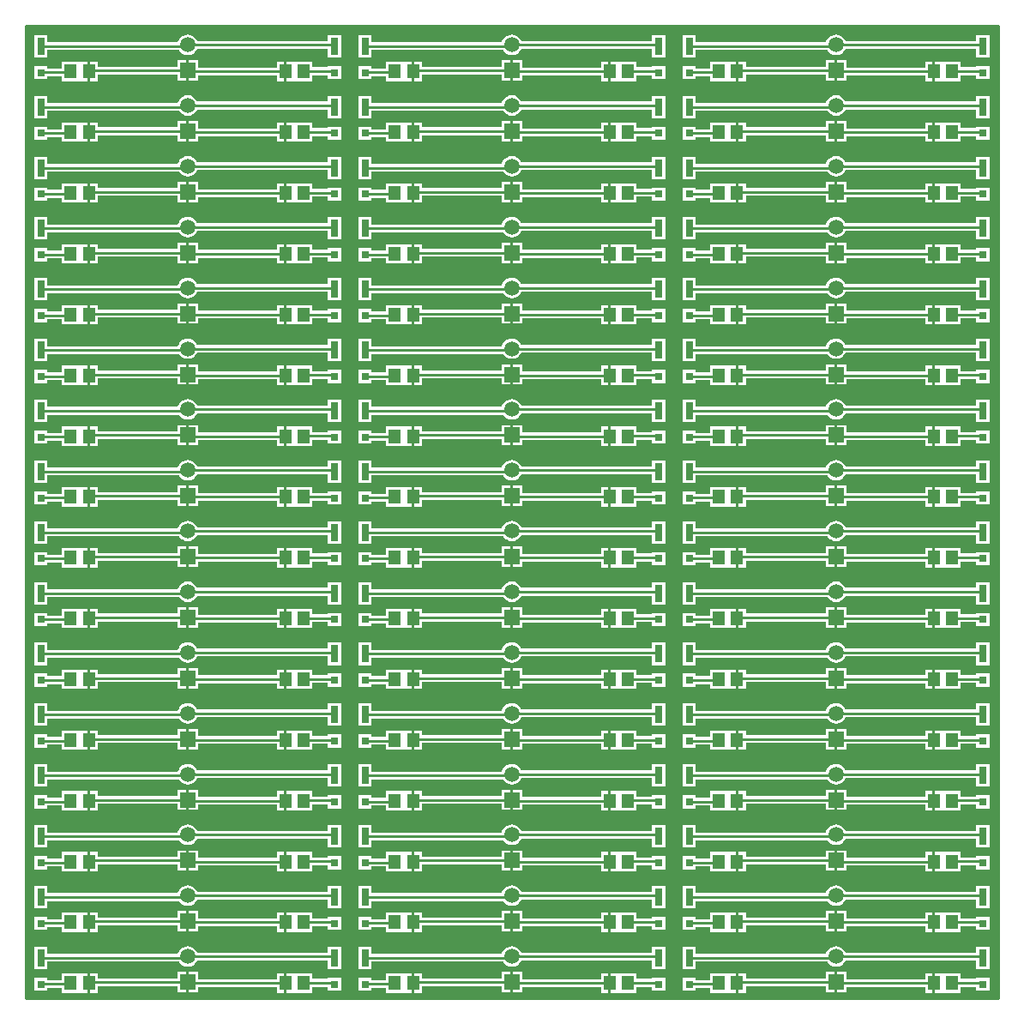
<source format=gtl>
G04 Layer_Physical_Order=1*
G04 Layer_Color=255*
%FSLAX24Y24*%
%MOIN*%
G70*
G01*
G75*
%ADD10R,0.0472X0.0551*%
%ADD11R,0.0311X0.0669*%
%ADD12R,0.0311X0.0315*%
%ADD13C,0.0100*%
%ADD14C,0.0591*%
%ADD15R,0.0591X0.0591*%
G36*
X32150Y3900D02*
X19550D01*
Y6250D01*
X32150D01*
Y3900D01*
D02*
G37*
%LPC*%
G36*
X30018Y4866D02*
X29982D01*
X29968Y4866D01*
X29696D01*
Y4491D01*
Y4115D01*
X29968D01*
X29982Y4115D01*
X30018D01*
X30032Y4115D01*
X30691D01*
Y4347D01*
X31302D01*
Y4194D01*
X31813D01*
Y4709D01*
X31302D01*
Y4653D01*
X30691D01*
Y4866D01*
X30032D01*
X30018Y4866D01*
D02*
G37*
G36*
X26244Y4925D02*
X25899D01*
Y4530D01*
Y4135D01*
X26244D01*
Y4338D01*
X29309D01*
Y4115D01*
X29596D01*
Y4491D01*
Y4866D01*
X29309D01*
Y4643D01*
X26244D01*
Y4925D01*
D02*
G37*
G36*
X25849Y5929D02*
X25746Y5915D01*
X25650Y5875D01*
X25567Y5812D01*
X25504Y5729D01*
X25464Y5633D01*
X25463Y5628D01*
X20396D01*
Y5909D01*
X19885D01*
Y5040D01*
X20396D01*
Y5322D01*
X25511D01*
X25567Y5248D01*
X25650Y5185D01*
X25746Y5145D01*
X25849Y5131D01*
X25952Y5145D01*
X26049Y5185D01*
X26131Y5248D01*
X26194Y5331D01*
X26214Y5377D01*
X31302D01*
Y5040D01*
X31813D01*
Y5909D01*
X31302D01*
Y5683D01*
X26214D01*
X26194Y5729D01*
X26131Y5812D01*
X26049Y5875D01*
X25952Y5915D01*
X25849Y5929D01*
D02*
G37*
G36*
X25799Y4925D02*
X25454D01*
Y4683D01*
X22341D01*
Y4866D01*
X22054D01*
Y4491D01*
Y4115D01*
X22341D01*
Y4377D01*
X25454D01*
Y4135D01*
X25799D01*
Y4530D01*
Y4925D01*
D02*
G37*
G36*
X21668Y4866D02*
X21632D01*
X21618Y4866D01*
X20959D01*
Y4612D01*
X20396D01*
Y4709D01*
X19885D01*
Y4194D01*
X20396D01*
Y4306D01*
X20959D01*
Y4115D01*
X21618D01*
X21632Y4115D01*
X21668D01*
X21682Y4115D01*
X21954D01*
Y4491D01*
Y4866D01*
X21682D01*
X21668Y4866D01*
D02*
G37*
%LPD*%
G36*
X44748Y3900D02*
X32148D01*
Y6250D01*
X44748D01*
Y3900D01*
D02*
G37*
%LPC*%
G36*
X42617Y4866D02*
X42580D01*
X42567Y4866D01*
X42294D01*
Y4491D01*
Y4115D01*
X42567D01*
X42580Y4115D01*
X42617D01*
X42630Y4115D01*
X43289D01*
Y4347D01*
X43901D01*
Y4194D01*
X44412D01*
Y4709D01*
X43901D01*
Y4653D01*
X43289D01*
Y4866D01*
X42630D01*
X42617Y4866D01*
D02*
G37*
G36*
X38843Y4925D02*
X38498D01*
Y4530D01*
Y4135D01*
X38843D01*
Y4338D01*
X41908D01*
Y4115D01*
X42194D01*
Y4491D01*
Y4866D01*
X41908D01*
Y4643D01*
X38843D01*
Y4925D01*
D02*
G37*
G36*
X38448Y5929D02*
X38344Y5915D01*
X38248Y5875D01*
X38166Y5812D01*
X38102Y5729D01*
X38063Y5633D01*
X38062Y5628D01*
X32994D01*
Y5909D01*
X32483D01*
Y5040D01*
X32994D01*
Y5322D01*
X38109D01*
X38166Y5248D01*
X38248Y5185D01*
X38344Y5145D01*
X38448Y5131D01*
X38551Y5145D01*
X38647Y5185D01*
X38730Y5248D01*
X38793Y5331D01*
X38812Y5377D01*
X43901D01*
Y5040D01*
X44412D01*
Y5909D01*
X43901D01*
Y5683D01*
X38812D01*
X38793Y5729D01*
X38730Y5812D01*
X38647Y5875D01*
X38551Y5915D01*
X38448Y5929D01*
D02*
G37*
G36*
X38398Y4925D02*
X38052D01*
Y4683D01*
X34939D01*
Y4866D01*
X34653D01*
Y4491D01*
Y4115D01*
X34939D01*
Y4377D01*
X38052D01*
Y4135D01*
X38398D01*
Y4530D01*
Y4925D01*
D02*
G37*
G36*
X34267Y4866D02*
X34230D01*
X34217Y4866D01*
X33558D01*
Y4612D01*
X32994D01*
Y4709D01*
X32483D01*
Y4194D01*
X32994D01*
Y4306D01*
X33558D01*
Y4115D01*
X34217D01*
X34230Y4115D01*
X34267D01*
X34280Y4115D01*
X34553D01*
Y4491D01*
Y4866D01*
X34280D01*
X34267Y4866D01*
D02*
G37*
%LPD*%
G36*
X57347Y3900D02*
X44747D01*
Y6250D01*
X57347D01*
Y3900D01*
D02*
G37*
%LPC*%
G36*
X55215Y4866D02*
X55179D01*
X55165Y4866D01*
X54893D01*
Y4491D01*
Y4115D01*
X55165D01*
X55179Y4115D01*
X55215D01*
X55229Y4115D01*
X55887D01*
Y4347D01*
X56499D01*
Y4194D01*
X57010D01*
Y4709D01*
X56499D01*
Y4653D01*
X55887D01*
Y4866D01*
X55229D01*
X55215Y4866D01*
D02*
G37*
G36*
X51441Y4925D02*
X51096D01*
Y4530D01*
Y4135D01*
X51441D01*
Y4338D01*
X54506D01*
Y4115D01*
X54793D01*
Y4491D01*
Y4866D01*
X54506D01*
Y4643D01*
X51441D01*
Y4925D01*
D02*
G37*
G36*
X51046Y5929D02*
X50943Y5915D01*
X50847Y5875D01*
X50764Y5812D01*
X50701Y5729D01*
X50661Y5633D01*
X50660Y5628D01*
X45593D01*
Y5909D01*
X45082D01*
Y5040D01*
X45593D01*
Y5322D01*
X50707D01*
X50764Y5248D01*
X50847Y5185D01*
X50943Y5145D01*
X51046Y5131D01*
X51149Y5145D01*
X51245Y5185D01*
X51328Y5248D01*
X51391Y5331D01*
X51411Y5377D01*
X56499D01*
Y5040D01*
X57010D01*
Y5909D01*
X56499D01*
Y5683D01*
X51411D01*
X51391Y5729D01*
X51328Y5812D01*
X51245Y5875D01*
X51149Y5915D01*
X51046Y5929D01*
D02*
G37*
G36*
X50996Y4925D02*
X50651D01*
Y4683D01*
X47537D01*
Y4866D01*
X47251D01*
Y4491D01*
Y4115D01*
X47537D01*
Y4377D01*
X50651D01*
Y4135D01*
X50996D01*
Y4530D01*
Y4925D01*
D02*
G37*
G36*
X46865Y4866D02*
X46829D01*
X46815Y4866D01*
X46156D01*
Y4612D01*
X45593D01*
Y4709D01*
X45082D01*
Y4194D01*
X45593D01*
Y4306D01*
X46156D01*
Y4115D01*
X46815D01*
X46829Y4115D01*
X46865D01*
X46879Y4115D01*
X47151D01*
Y4491D01*
Y4866D01*
X46879D01*
X46865Y4866D01*
D02*
G37*
%LPD*%
G36*
X32150Y6262D02*
X19550D01*
Y8612D01*
X32150D01*
Y6262D01*
D02*
G37*
%LPC*%
G36*
X30018Y7228D02*
X29982D01*
X29968Y7228D01*
X29696D01*
Y6853D01*
Y6477D01*
X29968D01*
X29982Y6477D01*
X30018D01*
X30032Y6477D01*
X30691D01*
Y6709D01*
X31302D01*
Y6556D01*
X31813D01*
Y7071D01*
X31302D01*
Y7015D01*
X30691D01*
Y7228D01*
X30032D01*
X30018Y7228D01*
D02*
G37*
G36*
X26244Y7287D02*
X25899D01*
Y6892D01*
Y6497D01*
X26244D01*
Y6700D01*
X29309D01*
Y6477D01*
X29596D01*
Y6853D01*
Y7228D01*
X29309D01*
Y7006D01*
X26244D01*
Y7287D01*
D02*
G37*
G36*
X25849Y8291D02*
X25746Y8277D01*
X25650Y8237D01*
X25567Y8174D01*
X25504Y8091D01*
X25464Y7995D01*
X25463Y7990D01*
X20396D01*
Y8272D01*
X19885D01*
Y7402D01*
X20396D01*
Y7684D01*
X25511D01*
X25567Y7610D01*
X25650Y7547D01*
X25746Y7507D01*
X25849Y7493D01*
X25952Y7507D01*
X26049Y7547D01*
X26131Y7610D01*
X26194Y7693D01*
X26214Y7739D01*
X31302D01*
Y7402D01*
X31813D01*
Y8272D01*
X31302D01*
Y8045D01*
X26214D01*
X26194Y8091D01*
X26131Y8174D01*
X26049Y8237D01*
X25952Y8277D01*
X25849Y8291D01*
D02*
G37*
G36*
X25799Y7287D02*
X25454D01*
Y7045D01*
X22341D01*
Y7228D01*
X22054D01*
Y6853D01*
Y6477D01*
X22341D01*
Y6739D01*
X25454D01*
Y6497D01*
X25799D01*
Y6892D01*
Y7287D01*
D02*
G37*
G36*
X21668Y7228D02*
X21632D01*
X21618Y7228D01*
X20959D01*
Y6974D01*
X20396D01*
Y7071D01*
X19885D01*
Y6556D01*
X20396D01*
Y6668D01*
X20959D01*
Y6477D01*
X21618D01*
X21632Y6477D01*
X21668D01*
X21682Y6477D01*
X21954D01*
Y6853D01*
Y7228D01*
X21682D01*
X21668Y7228D01*
D02*
G37*
%LPD*%
G36*
X44748Y6262D02*
X32148D01*
Y8612D01*
X44748D01*
Y6262D01*
D02*
G37*
%LPC*%
G36*
X42617Y7228D02*
X42580D01*
X42567Y7228D01*
X42294D01*
Y6853D01*
Y6477D01*
X42567D01*
X42580Y6477D01*
X42617D01*
X42630Y6477D01*
X43289D01*
Y6709D01*
X43901D01*
Y6556D01*
X44412D01*
Y7071D01*
X43901D01*
Y7015D01*
X43289D01*
Y7228D01*
X42630D01*
X42617Y7228D01*
D02*
G37*
G36*
X38843Y7287D02*
X38498D01*
Y6892D01*
Y6497D01*
X38843D01*
Y6700D01*
X41908D01*
Y6477D01*
X42194D01*
Y6853D01*
Y7228D01*
X41908D01*
Y7006D01*
X38843D01*
Y7287D01*
D02*
G37*
G36*
X38448Y8291D02*
X38344Y8277D01*
X38248Y8237D01*
X38166Y8174D01*
X38102Y8091D01*
X38063Y7995D01*
X38062Y7990D01*
X32994D01*
Y8272D01*
X32483D01*
Y7402D01*
X32994D01*
Y7684D01*
X38109D01*
X38166Y7610D01*
X38248Y7547D01*
X38344Y7507D01*
X38448Y7493D01*
X38551Y7507D01*
X38647Y7547D01*
X38730Y7610D01*
X38793Y7693D01*
X38812Y7739D01*
X43901D01*
Y7402D01*
X44412D01*
Y8272D01*
X43901D01*
Y8045D01*
X38812D01*
X38793Y8091D01*
X38730Y8174D01*
X38647Y8237D01*
X38551Y8277D01*
X38448Y8291D01*
D02*
G37*
G36*
X38398Y7287D02*
X38052D01*
Y7045D01*
X34939D01*
Y7228D01*
X34653D01*
Y6853D01*
Y6477D01*
X34939D01*
Y6739D01*
X38052D01*
Y6497D01*
X38398D01*
Y6892D01*
Y7287D01*
D02*
G37*
G36*
X34267Y7228D02*
X34230D01*
X34217Y7228D01*
X33558D01*
Y6974D01*
X32994D01*
Y7071D01*
X32483D01*
Y6556D01*
X32994D01*
Y6668D01*
X33558D01*
Y6477D01*
X34217D01*
X34230Y6477D01*
X34267D01*
X34280Y6477D01*
X34553D01*
Y6853D01*
Y7228D01*
X34280D01*
X34267Y7228D01*
D02*
G37*
%LPD*%
G36*
X57347Y6262D02*
X44747D01*
Y8612D01*
X57347D01*
Y6262D01*
D02*
G37*
%LPC*%
G36*
X55215Y7228D02*
X55179D01*
X55165Y7228D01*
X54893D01*
Y6853D01*
Y6477D01*
X55165D01*
X55179Y6477D01*
X55215D01*
X55229Y6477D01*
X55887D01*
Y6709D01*
X56499D01*
Y6556D01*
X57010D01*
Y7071D01*
X56499D01*
Y7015D01*
X55887D01*
Y7228D01*
X55229D01*
X55215Y7228D01*
D02*
G37*
G36*
X51441Y7287D02*
X51096D01*
Y6892D01*
Y6497D01*
X51441D01*
Y6700D01*
X54506D01*
Y6477D01*
X54793D01*
Y6853D01*
Y7228D01*
X54506D01*
Y7006D01*
X51441D01*
Y7287D01*
D02*
G37*
G36*
X51046Y8291D02*
X50943Y8277D01*
X50847Y8237D01*
X50764Y8174D01*
X50701Y8091D01*
X50661Y7995D01*
X50660Y7990D01*
X45593D01*
Y8272D01*
X45082D01*
Y7402D01*
X45593D01*
Y7684D01*
X50707D01*
X50764Y7610D01*
X50847Y7547D01*
X50943Y7507D01*
X51046Y7493D01*
X51149Y7507D01*
X51245Y7547D01*
X51328Y7610D01*
X51391Y7693D01*
X51411Y7739D01*
X56499D01*
Y7402D01*
X57010D01*
Y8272D01*
X56499D01*
Y8045D01*
X51411D01*
X51391Y8091D01*
X51328Y8174D01*
X51245Y8237D01*
X51149Y8277D01*
X51046Y8291D01*
D02*
G37*
G36*
X50996Y7287D02*
X50651D01*
Y7045D01*
X47537D01*
Y7228D01*
X47251D01*
Y6853D01*
Y6477D01*
X47537D01*
Y6739D01*
X50651D01*
Y6497D01*
X50996D01*
Y6892D01*
Y7287D01*
D02*
G37*
G36*
X46865Y7228D02*
X46829D01*
X46815Y7228D01*
X46156D01*
Y6974D01*
X45593D01*
Y7071D01*
X45082D01*
Y6556D01*
X45593D01*
Y6668D01*
X46156D01*
Y6477D01*
X46815D01*
X46829Y6477D01*
X46865D01*
X46879Y6477D01*
X47151D01*
Y6853D01*
Y7228D01*
X46879D01*
X46865Y7228D01*
D02*
G37*
%LPD*%
G36*
X32150Y8624D02*
X19550D01*
Y10974D01*
X32150D01*
Y8624D01*
D02*
G37*
%LPC*%
G36*
X30018Y9591D02*
X29982D01*
X29968Y9591D01*
X29696D01*
Y9215D01*
Y8839D01*
X29968D01*
X29982Y8839D01*
X30018D01*
X30032Y8839D01*
X30691D01*
Y9071D01*
X31302D01*
Y8918D01*
X31813D01*
Y9433D01*
X31302D01*
Y9377D01*
X30691D01*
Y9591D01*
X30032D01*
X30018Y9591D01*
D02*
G37*
G36*
X26244Y9650D02*
X25899D01*
Y9254D01*
Y8859D01*
X26244D01*
Y9062D01*
X29309D01*
Y8839D01*
X29596D01*
Y9215D01*
Y9591D01*
X29309D01*
Y9368D01*
X26244D01*
Y9650D01*
D02*
G37*
G36*
X25849Y10653D02*
X25746Y10639D01*
X25650Y10600D01*
X25567Y10536D01*
X25504Y10454D01*
X25464Y10358D01*
X25463Y10352D01*
X20396D01*
Y10634D01*
X19885D01*
Y9765D01*
X20396D01*
Y10046D01*
X25511D01*
X25567Y9972D01*
X25650Y9909D01*
X25746Y9869D01*
X25849Y9856D01*
X25952Y9869D01*
X26049Y9909D01*
X26131Y9972D01*
X26194Y10055D01*
X26214Y10101D01*
X31302D01*
Y9765D01*
X31813D01*
Y10634D01*
X31302D01*
Y10407D01*
X26214D01*
X26194Y10454D01*
X26131Y10536D01*
X26049Y10600D01*
X25952Y10639D01*
X25849Y10653D01*
D02*
G37*
G36*
X25799Y9650D02*
X25454D01*
Y9407D01*
X22341D01*
Y9591D01*
X22054D01*
Y9215D01*
Y8839D01*
X22341D01*
Y9101D01*
X25454D01*
Y8859D01*
X25799D01*
Y9254D01*
Y9650D01*
D02*
G37*
G36*
X21668Y9591D02*
X21632D01*
X21618Y9591D01*
X20959D01*
Y9336D01*
X20396D01*
Y9433D01*
X19885D01*
Y8918D01*
X20396D01*
Y9031D01*
X20959D01*
Y8839D01*
X21618D01*
X21632Y8839D01*
X21668D01*
X21682Y8839D01*
X21954D01*
Y9215D01*
Y9591D01*
X21682D01*
X21668Y9591D01*
D02*
G37*
%LPD*%
G36*
X44748Y8624D02*
X32148D01*
Y10974D01*
X44748D01*
Y8624D01*
D02*
G37*
%LPC*%
G36*
X42617Y9591D02*
X42580D01*
X42567Y9591D01*
X42294D01*
Y9215D01*
Y8839D01*
X42567D01*
X42580Y8839D01*
X42617D01*
X42630Y8839D01*
X43289D01*
Y9071D01*
X43901D01*
Y8918D01*
X44412D01*
Y9433D01*
X43901D01*
Y9377D01*
X43289D01*
Y9591D01*
X42630D01*
X42617Y9591D01*
D02*
G37*
G36*
X38843Y9650D02*
X38498D01*
Y9254D01*
Y8859D01*
X38843D01*
Y9062D01*
X41908D01*
Y8839D01*
X42194D01*
Y9215D01*
Y9591D01*
X41908D01*
Y9368D01*
X38843D01*
Y9650D01*
D02*
G37*
G36*
X38448Y10653D02*
X38344Y10639D01*
X38248Y10600D01*
X38166Y10536D01*
X38102Y10454D01*
X38063Y10358D01*
X38062Y10352D01*
X32994D01*
Y10634D01*
X32483D01*
Y9765D01*
X32994D01*
Y10046D01*
X38109D01*
X38166Y9972D01*
X38248Y9909D01*
X38344Y9869D01*
X38448Y9856D01*
X38551Y9869D01*
X38647Y9909D01*
X38730Y9972D01*
X38793Y10055D01*
X38812Y10101D01*
X43901D01*
Y9765D01*
X44412D01*
Y10634D01*
X43901D01*
Y10407D01*
X38812D01*
X38793Y10454D01*
X38730Y10536D01*
X38647Y10600D01*
X38551Y10639D01*
X38448Y10653D01*
D02*
G37*
G36*
X38398Y9650D02*
X38052D01*
Y9407D01*
X34939D01*
Y9591D01*
X34653D01*
Y9215D01*
Y8839D01*
X34939D01*
Y9101D01*
X38052D01*
Y8859D01*
X38398D01*
Y9254D01*
Y9650D01*
D02*
G37*
G36*
X34267Y9591D02*
X34230D01*
X34217Y9591D01*
X33558D01*
Y9336D01*
X32994D01*
Y9433D01*
X32483D01*
Y8918D01*
X32994D01*
Y9031D01*
X33558D01*
Y8839D01*
X34217D01*
X34230Y8839D01*
X34267D01*
X34280Y8839D01*
X34553D01*
Y9215D01*
Y9591D01*
X34280D01*
X34267Y9591D01*
D02*
G37*
%LPD*%
G36*
X57347Y8624D02*
X44747D01*
Y10974D01*
X57347D01*
Y8624D01*
D02*
G37*
%LPC*%
G36*
X55215Y9591D02*
X55179D01*
X55165Y9591D01*
X54893D01*
Y9215D01*
Y8839D01*
X55165D01*
X55179Y8839D01*
X55215D01*
X55229Y8839D01*
X55887D01*
Y9071D01*
X56499D01*
Y8918D01*
X57010D01*
Y9433D01*
X56499D01*
Y9377D01*
X55887D01*
Y9591D01*
X55229D01*
X55215Y9591D01*
D02*
G37*
G36*
X51441Y9650D02*
X51096D01*
Y9254D01*
Y8859D01*
X51441D01*
Y9062D01*
X54506D01*
Y8839D01*
X54793D01*
Y9215D01*
Y9591D01*
X54506D01*
Y9368D01*
X51441D01*
Y9650D01*
D02*
G37*
G36*
X51046Y10653D02*
X50943Y10639D01*
X50847Y10600D01*
X50764Y10536D01*
X50701Y10454D01*
X50661Y10358D01*
X50660Y10352D01*
X45593D01*
Y10634D01*
X45082D01*
Y9765D01*
X45593D01*
Y10046D01*
X50707D01*
X50764Y9972D01*
X50847Y9909D01*
X50943Y9869D01*
X51046Y9856D01*
X51149Y9869D01*
X51245Y9909D01*
X51328Y9972D01*
X51391Y10055D01*
X51411Y10101D01*
X56499D01*
Y9765D01*
X57010D01*
Y10634D01*
X56499D01*
Y10407D01*
X51411D01*
X51391Y10454D01*
X51328Y10536D01*
X51245Y10600D01*
X51149Y10639D01*
X51046Y10653D01*
D02*
G37*
G36*
X50996Y9650D02*
X50651D01*
Y9407D01*
X47537D01*
Y9591D01*
X47251D01*
Y9215D01*
Y8839D01*
X47537D01*
Y9101D01*
X50651D01*
Y8859D01*
X50996D01*
Y9254D01*
Y9650D01*
D02*
G37*
G36*
X46865Y9591D02*
X46829D01*
X46815Y9591D01*
X46156D01*
Y9336D01*
X45593D01*
Y9433D01*
X45082D01*
Y8918D01*
X45593D01*
Y9031D01*
X46156D01*
Y8839D01*
X46815D01*
X46829Y8839D01*
X46865D01*
X46879Y8839D01*
X47151D01*
Y9215D01*
Y9591D01*
X46879D01*
X46865Y9591D01*
D02*
G37*
%LPD*%
G36*
X32150Y10987D02*
X19550D01*
Y13337D01*
X32150D01*
Y10987D01*
D02*
G37*
%LPC*%
G36*
X30018Y11953D02*
X29982D01*
X29968Y11953D01*
X29696D01*
Y11577D01*
Y11202D01*
X29968D01*
X29982Y11202D01*
X30018D01*
X30032Y11202D01*
X30691D01*
Y11434D01*
X31302D01*
Y11280D01*
X31813D01*
Y11795D01*
X31302D01*
Y11740D01*
X30691D01*
Y11953D01*
X30032D01*
X30018Y11953D01*
D02*
G37*
G36*
X26244Y12012D02*
X25899D01*
Y11617D01*
Y11221D01*
X26244D01*
Y11424D01*
X29309D01*
Y11202D01*
X29596D01*
Y11577D01*
Y11953D01*
X29309D01*
Y11730D01*
X26244D01*
Y12012D01*
D02*
G37*
G36*
X25849Y13015D02*
X25746Y13002D01*
X25650Y12962D01*
X25567Y12898D01*
X25504Y12816D01*
X25464Y12720D01*
X25463Y12714D01*
X20396D01*
Y12996D01*
X19885D01*
Y12127D01*
X20396D01*
Y12408D01*
X25511D01*
X25567Y12335D01*
X25650Y12271D01*
X25746Y12231D01*
X25849Y12218D01*
X25952Y12231D01*
X26049Y12271D01*
X26131Y12335D01*
X26194Y12417D01*
X26214Y12464D01*
X31302D01*
Y12127D01*
X31813D01*
Y12996D01*
X31302D01*
Y12769D01*
X26214D01*
X26194Y12816D01*
X26131Y12898D01*
X26049Y12962D01*
X25952Y13002D01*
X25849Y13015D01*
D02*
G37*
G36*
X25799Y12012D02*
X25454D01*
Y11769D01*
X22341D01*
Y11953D01*
X22054D01*
Y11577D01*
Y11202D01*
X22341D01*
Y11464D01*
X25454D01*
Y11221D01*
X25799D01*
Y11617D01*
Y12012D01*
D02*
G37*
G36*
X21668Y11953D02*
X21632D01*
X21618Y11953D01*
X20959D01*
Y11699D01*
X20396D01*
Y11795D01*
X19885D01*
Y11280D01*
X20396D01*
Y11393D01*
X20959D01*
Y11202D01*
X21618D01*
X21632Y11202D01*
X21668D01*
X21682Y11202D01*
X21954D01*
Y11577D01*
Y11953D01*
X21682D01*
X21668Y11953D01*
D02*
G37*
%LPD*%
G36*
X44748Y10987D02*
X32148D01*
Y13337D01*
X44748D01*
Y10987D01*
D02*
G37*
%LPC*%
G36*
X42617Y11953D02*
X42580D01*
X42567Y11953D01*
X42294D01*
Y11577D01*
Y11202D01*
X42567D01*
X42580Y11202D01*
X42617D01*
X42630Y11202D01*
X43289D01*
Y11434D01*
X43901D01*
Y11280D01*
X44412D01*
Y11795D01*
X43901D01*
Y11740D01*
X43289D01*
Y11953D01*
X42630D01*
X42617Y11953D01*
D02*
G37*
G36*
X38843Y12012D02*
X38498D01*
Y11617D01*
Y11221D01*
X38843D01*
Y11424D01*
X41908D01*
Y11202D01*
X42194D01*
Y11577D01*
Y11953D01*
X41908D01*
Y11730D01*
X38843D01*
Y12012D01*
D02*
G37*
G36*
X38448Y13015D02*
X38344Y13002D01*
X38248Y12962D01*
X38166Y12898D01*
X38102Y12816D01*
X38063Y12720D01*
X38062Y12714D01*
X32994D01*
Y12996D01*
X32483D01*
Y12127D01*
X32994D01*
Y12408D01*
X38109D01*
X38166Y12335D01*
X38248Y12271D01*
X38344Y12231D01*
X38448Y12218D01*
X38551Y12231D01*
X38647Y12271D01*
X38730Y12335D01*
X38793Y12417D01*
X38812Y12464D01*
X43901D01*
Y12127D01*
X44412D01*
Y12996D01*
X43901D01*
Y12769D01*
X38812D01*
X38793Y12816D01*
X38730Y12898D01*
X38647Y12962D01*
X38551Y13002D01*
X38448Y13015D01*
D02*
G37*
G36*
X38398Y12012D02*
X38052D01*
Y11769D01*
X34939D01*
Y11953D01*
X34653D01*
Y11577D01*
Y11202D01*
X34939D01*
Y11464D01*
X38052D01*
Y11221D01*
X38398D01*
Y11617D01*
Y12012D01*
D02*
G37*
G36*
X34267Y11953D02*
X34230D01*
X34217Y11953D01*
X33558D01*
Y11699D01*
X32994D01*
Y11795D01*
X32483D01*
Y11280D01*
X32994D01*
Y11393D01*
X33558D01*
Y11202D01*
X34217D01*
X34230Y11202D01*
X34267D01*
X34280Y11202D01*
X34553D01*
Y11577D01*
Y11953D01*
X34280D01*
X34267Y11953D01*
D02*
G37*
%LPD*%
G36*
X57347Y10987D02*
X44747D01*
Y13337D01*
X57347D01*
Y10987D01*
D02*
G37*
%LPC*%
G36*
X55215Y11953D02*
X55179D01*
X55165Y11953D01*
X54893D01*
Y11577D01*
Y11202D01*
X55165D01*
X55179Y11202D01*
X55215D01*
X55229Y11202D01*
X55887D01*
Y11434D01*
X56499D01*
Y11280D01*
X57010D01*
Y11795D01*
X56499D01*
Y11740D01*
X55887D01*
Y11953D01*
X55229D01*
X55215Y11953D01*
D02*
G37*
G36*
X51441Y12012D02*
X51096D01*
Y11617D01*
Y11221D01*
X51441D01*
Y11424D01*
X54506D01*
Y11202D01*
X54793D01*
Y11577D01*
Y11953D01*
X54506D01*
Y11730D01*
X51441D01*
Y12012D01*
D02*
G37*
G36*
X51046Y13015D02*
X50943Y13002D01*
X50847Y12962D01*
X50764Y12898D01*
X50701Y12816D01*
X50661Y12720D01*
X50660Y12714D01*
X45593D01*
Y12996D01*
X45082D01*
Y12127D01*
X45593D01*
Y12408D01*
X50707D01*
X50764Y12335D01*
X50847Y12271D01*
X50943Y12231D01*
X51046Y12218D01*
X51149Y12231D01*
X51245Y12271D01*
X51328Y12335D01*
X51391Y12417D01*
X51411Y12464D01*
X56499D01*
Y12127D01*
X57010D01*
Y12996D01*
X56499D01*
Y12769D01*
X51411D01*
X51391Y12816D01*
X51328Y12898D01*
X51245Y12962D01*
X51149Y13002D01*
X51046Y13015D01*
D02*
G37*
G36*
X50996Y12012D02*
X50651D01*
Y11769D01*
X47537D01*
Y11953D01*
X47251D01*
Y11577D01*
Y11202D01*
X47537D01*
Y11464D01*
X50651D01*
Y11221D01*
X50996D01*
Y11617D01*
Y12012D01*
D02*
G37*
G36*
X46865Y11953D02*
X46829D01*
X46815Y11953D01*
X46156D01*
Y11699D01*
X45593D01*
Y11795D01*
X45082D01*
Y11280D01*
X45593D01*
Y11393D01*
X46156D01*
Y11202D01*
X46815D01*
X46829Y11202D01*
X46865D01*
X46879Y11202D01*
X47151D01*
Y11577D01*
Y11953D01*
X46879D01*
X46865Y11953D01*
D02*
G37*
%LPD*%
G36*
X32150Y13349D02*
X19550D01*
Y15699D01*
X32150D01*
Y13349D01*
D02*
G37*
%LPC*%
G36*
X30018Y14315D02*
X29982D01*
X29968Y14315D01*
X29696D01*
Y13939D01*
Y13564D01*
X29968D01*
X29982Y13564D01*
X30018D01*
X30032Y13564D01*
X30691D01*
Y13796D01*
X31302D01*
Y13643D01*
X31813D01*
Y14157D01*
X31302D01*
Y14102D01*
X30691D01*
Y14315D01*
X30032D01*
X30018Y14315D01*
D02*
G37*
G36*
X26244Y14374D02*
X25899D01*
Y13979D01*
Y13583D01*
X26244D01*
Y13786D01*
X29309D01*
Y13564D01*
X29596D01*
Y13939D01*
Y14315D01*
X29309D01*
Y14092D01*
X26244D01*
Y14374D01*
D02*
G37*
G36*
X25849Y15377D02*
X25746Y15364D01*
X25650Y15324D01*
X25567Y15261D01*
X25504Y15178D01*
X25464Y15082D01*
X25463Y15077D01*
X20396D01*
Y15358D01*
X19885D01*
Y14489D01*
X20396D01*
Y14771D01*
X25511D01*
X25567Y14697D01*
X25650Y14633D01*
X25746Y14594D01*
X25849Y14580D01*
X25952Y14594D01*
X26049Y14633D01*
X26131Y14697D01*
X26194Y14779D01*
X26214Y14826D01*
X31302D01*
Y14489D01*
X31813D01*
Y15358D01*
X31302D01*
Y15132D01*
X26214D01*
X26194Y15178D01*
X26131Y15261D01*
X26049Y15324D01*
X25952Y15364D01*
X25849Y15377D01*
D02*
G37*
G36*
X25799Y14374D02*
X25454D01*
Y14132D01*
X22341D01*
Y14315D01*
X22054D01*
Y13939D01*
Y13564D01*
X22341D01*
Y13826D01*
X25454D01*
Y13583D01*
X25799D01*
Y13979D01*
Y14374D01*
D02*
G37*
G36*
X21668Y14315D02*
X21632D01*
X21618Y14315D01*
X20959D01*
Y14061D01*
X20396D01*
Y14157D01*
X19885D01*
Y13643D01*
X20396D01*
Y13755D01*
X20959D01*
Y13564D01*
X21618D01*
X21632Y13564D01*
X21668D01*
X21682Y13564D01*
X21954D01*
Y13939D01*
Y14315D01*
X21682D01*
X21668Y14315D01*
D02*
G37*
%LPD*%
G36*
X44748Y13349D02*
X32148D01*
Y15699D01*
X44748D01*
Y13349D01*
D02*
G37*
%LPC*%
G36*
X42617Y14315D02*
X42580D01*
X42567Y14315D01*
X42294D01*
Y13939D01*
Y13564D01*
X42567D01*
X42580Y13564D01*
X42617D01*
X42630Y13564D01*
X43289D01*
Y13796D01*
X43901D01*
Y13643D01*
X44412D01*
Y14157D01*
X43901D01*
Y14102D01*
X43289D01*
Y14315D01*
X42630D01*
X42617Y14315D01*
D02*
G37*
G36*
X38843Y14374D02*
X38498D01*
Y13979D01*
Y13583D01*
X38843D01*
Y13786D01*
X41908D01*
Y13564D01*
X42194D01*
Y13939D01*
Y14315D01*
X41908D01*
Y14092D01*
X38843D01*
Y14374D01*
D02*
G37*
G36*
X38448Y15377D02*
X38344Y15364D01*
X38248Y15324D01*
X38166Y15261D01*
X38102Y15178D01*
X38063Y15082D01*
X38062Y15077D01*
X32994D01*
Y15358D01*
X32483D01*
Y14489D01*
X32994D01*
Y14771D01*
X38109D01*
X38166Y14697D01*
X38248Y14633D01*
X38344Y14594D01*
X38448Y14580D01*
X38551Y14594D01*
X38647Y14633D01*
X38730Y14697D01*
X38793Y14779D01*
X38812Y14826D01*
X43901D01*
Y14489D01*
X44412D01*
Y15358D01*
X43901D01*
Y15132D01*
X38812D01*
X38793Y15178D01*
X38730Y15261D01*
X38647Y15324D01*
X38551Y15364D01*
X38448Y15377D01*
D02*
G37*
G36*
X38398Y14374D02*
X38052D01*
Y14132D01*
X34939D01*
Y14315D01*
X34653D01*
Y13939D01*
Y13564D01*
X34939D01*
Y13826D01*
X38052D01*
Y13583D01*
X38398D01*
Y13979D01*
Y14374D01*
D02*
G37*
G36*
X34267Y14315D02*
X34230D01*
X34217Y14315D01*
X33558D01*
Y14061D01*
X32994D01*
Y14157D01*
X32483D01*
Y13643D01*
X32994D01*
Y13755D01*
X33558D01*
Y13564D01*
X34217D01*
X34230Y13564D01*
X34267D01*
X34280Y13564D01*
X34553D01*
Y13939D01*
Y14315D01*
X34280D01*
X34267Y14315D01*
D02*
G37*
%LPD*%
G36*
X57347Y13349D02*
X44747D01*
Y15699D01*
X57347D01*
Y13349D01*
D02*
G37*
%LPC*%
G36*
X55215Y14315D02*
X55179D01*
X55165Y14315D01*
X54893D01*
Y13939D01*
Y13564D01*
X55165D01*
X55179Y13564D01*
X55215D01*
X55229Y13564D01*
X55887D01*
Y13796D01*
X56499D01*
Y13643D01*
X57010D01*
Y14157D01*
X56499D01*
Y14102D01*
X55887D01*
Y14315D01*
X55229D01*
X55215Y14315D01*
D02*
G37*
G36*
X51441Y14374D02*
X51096D01*
Y13979D01*
Y13583D01*
X51441D01*
Y13786D01*
X54506D01*
Y13564D01*
X54793D01*
Y13939D01*
Y14315D01*
X54506D01*
Y14092D01*
X51441D01*
Y14374D01*
D02*
G37*
G36*
X51046Y15377D02*
X50943Y15364D01*
X50847Y15324D01*
X50764Y15261D01*
X50701Y15178D01*
X50661Y15082D01*
X50660Y15077D01*
X45593D01*
Y15358D01*
X45082D01*
Y14489D01*
X45593D01*
Y14771D01*
X50707D01*
X50764Y14697D01*
X50847Y14633D01*
X50943Y14594D01*
X51046Y14580D01*
X51149Y14594D01*
X51245Y14633D01*
X51328Y14697D01*
X51391Y14779D01*
X51411Y14826D01*
X56499D01*
Y14489D01*
X57010D01*
Y15358D01*
X56499D01*
Y15132D01*
X51411D01*
X51391Y15178D01*
X51328Y15261D01*
X51245Y15324D01*
X51149Y15364D01*
X51046Y15377D01*
D02*
G37*
G36*
X50996Y14374D02*
X50651D01*
Y14132D01*
X47537D01*
Y14315D01*
X47251D01*
Y13939D01*
Y13564D01*
X47537D01*
Y13826D01*
X50651D01*
Y13583D01*
X50996D01*
Y13979D01*
Y14374D01*
D02*
G37*
G36*
X46865Y14315D02*
X46829D01*
X46815Y14315D01*
X46156D01*
Y14061D01*
X45593D01*
Y14157D01*
X45082D01*
Y13643D01*
X45593D01*
Y13755D01*
X46156D01*
Y13564D01*
X46815D01*
X46829Y13564D01*
X46865D01*
X46879Y13564D01*
X47151D01*
Y13939D01*
Y14315D01*
X46879D01*
X46865Y14315D01*
D02*
G37*
%LPD*%
G36*
X32150Y15711D02*
X19550D01*
Y18061D01*
X32150D01*
Y15711D01*
D02*
G37*
%LPC*%
G36*
X30018Y16677D02*
X29982D01*
X29968Y16677D01*
X29696D01*
Y16302D01*
Y15926D01*
X29968D01*
X29982Y15926D01*
X30018D01*
X30032Y15926D01*
X30691D01*
Y16158D01*
X31302D01*
Y16005D01*
X31813D01*
Y16520D01*
X31302D01*
Y16464D01*
X30691D01*
Y16677D01*
X30032D01*
X30018Y16677D01*
D02*
G37*
G36*
X26244Y16736D02*
X25899D01*
Y16341D01*
Y15946D01*
X26244D01*
Y16149D01*
X29309D01*
Y15926D01*
X29596D01*
Y16302D01*
Y16677D01*
X29309D01*
Y16455D01*
X26244D01*
Y16736D01*
D02*
G37*
G36*
X25849Y17740D02*
X25746Y17726D01*
X25650Y17686D01*
X25567Y17623D01*
X25504Y17540D01*
X25464Y17444D01*
X25463Y17439D01*
X20396D01*
Y17720D01*
X19885D01*
Y16851D01*
X20396D01*
Y17133D01*
X25511D01*
X25567Y17059D01*
X25650Y16996D01*
X25746Y16956D01*
X25849Y16942D01*
X25952Y16956D01*
X26049Y16996D01*
X26131Y17059D01*
X26194Y17142D01*
X26214Y17188D01*
X31302D01*
Y16851D01*
X31813D01*
Y17720D01*
X31302D01*
Y17494D01*
X26214D01*
X26194Y17540D01*
X26131Y17623D01*
X26049Y17686D01*
X25952Y17726D01*
X25849Y17740D01*
D02*
G37*
G36*
X25799Y16736D02*
X25454D01*
Y16494D01*
X22341D01*
Y16677D01*
X22054D01*
Y16302D01*
Y15926D01*
X22341D01*
Y16188D01*
X25454D01*
Y15946D01*
X25799D01*
Y16341D01*
Y16736D01*
D02*
G37*
G36*
X21668Y16677D02*
X21632D01*
X21618Y16677D01*
X20959D01*
Y16423D01*
X20396D01*
Y16520D01*
X19885D01*
Y16005D01*
X20396D01*
Y16117D01*
X20959D01*
Y15926D01*
X21618D01*
X21632Y15926D01*
X21668D01*
X21682Y15926D01*
X21954D01*
Y16302D01*
Y16677D01*
X21682D01*
X21668Y16677D01*
D02*
G37*
%LPD*%
G36*
X44748Y15711D02*
X32148D01*
Y18061D01*
X44748D01*
Y15711D01*
D02*
G37*
%LPC*%
G36*
X42617Y16677D02*
X42580D01*
X42567Y16677D01*
X42294D01*
Y16302D01*
Y15926D01*
X42567D01*
X42580Y15926D01*
X42617D01*
X42630Y15926D01*
X43289D01*
Y16158D01*
X43901D01*
Y16005D01*
X44412D01*
Y16520D01*
X43901D01*
Y16464D01*
X43289D01*
Y16677D01*
X42630D01*
X42617Y16677D01*
D02*
G37*
G36*
X38843Y16736D02*
X38498D01*
Y16341D01*
Y15946D01*
X38843D01*
Y16149D01*
X41908D01*
Y15926D01*
X42194D01*
Y16302D01*
Y16677D01*
X41908D01*
Y16455D01*
X38843D01*
Y16736D01*
D02*
G37*
G36*
X38448Y17740D02*
X38344Y17726D01*
X38248Y17686D01*
X38166Y17623D01*
X38102Y17540D01*
X38063Y17444D01*
X38062Y17439D01*
X32994D01*
Y17720D01*
X32483D01*
Y16851D01*
X32994D01*
Y17133D01*
X38109D01*
X38166Y17059D01*
X38248Y16996D01*
X38344Y16956D01*
X38448Y16942D01*
X38551Y16956D01*
X38647Y16996D01*
X38730Y17059D01*
X38793Y17142D01*
X38812Y17188D01*
X43901D01*
Y16851D01*
X44412D01*
Y17720D01*
X43901D01*
Y17494D01*
X38812D01*
X38793Y17540D01*
X38730Y17623D01*
X38647Y17686D01*
X38551Y17726D01*
X38448Y17740D01*
D02*
G37*
G36*
X38398Y16736D02*
X38052D01*
Y16494D01*
X34939D01*
Y16677D01*
X34653D01*
Y16302D01*
Y15926D01*
X34939D01*
Y16188D01*
X38052D01*
Y15946D01*
X38398D01*
Y16341D01*
Y16736D01*
D02*
G37*
G36*
X34267Y16677D02*
X34230D01*
X34217Y16677D01*
X33558D01*
Y16423D01*
X32994D01*
Y16520D01*
X32483D01*
Y16005D01*
X32994D01*
Y16117D01*
X33558D01*
Y15926D01*
X34217D01*
X34230Y15926D01*
X34267D01*
X34280Y15926D01*
X34553D01*
Y16302D01*
Y16677D01*
X34280D01*
X34267Y16677D01*
D02*
G37*
%LPD*%
G36*
X57347Y15711D02*
X44747D01*
Y18061D01*
X57347D01*
Y15711D01*
D02*
G37*
%LPC*%
G36*
X55215Y16677D02*
X55179D01*
X55165Y16677D01*
X54893D01*
Y16302D01*
Y15926D01*
X55165D01*
X55179Y15926D01*
X55215D01*
X55229Y15926D01*
X55887D01*
Y16158D01*
X56499D01*
Y16005D01*
X57010D01*
Y16520D01*
X56499D01*
Y16464D01*
X55887D01*
Y16677D01*
X55229D01*
X55215Y16677D01*
D02*
G37*
G36*
X51441Y16736D02*
X51096D01*
Y16341D01*
Y15946D01*
X51441D01*
Y16149D01*
X54506D01*
Y15926D01*
X54793D01*
Y16302D01*
Y16677D01*
X54506D01*
Y16455D01*
X51441D01*
Y16736D01*
D02*
G37*
G36*
X51046Y17740D02*
X50943Y17726D01*
X50847Y17686D01*
X50764Y17623D01*
X50701Y17540D01*
X50661Y17444D01*
X50660Y17439D01*
X45593D01*
Y17720D01*
X45082D01*
Y16851D01*
X45593D01*
Y17133D01*
X50707D01*
X50764Y17059D01*
X50847Y16996D01*
X50943Y16956D01*
X51046Y16942D01*
X51149Y16956D01*
X51245Y16996D01*
X51328Y17059D01*
X51391Y17142D01*
X51411Y17188D01*
X56499D01*
Y16851D01*
X57010D01*
Y17720D01*
X56499D01*
Y17494D01*
X51411D01*
X51391Y17540D01*
X51328Y17623D01*
X51245Y17686D01*
X51149Y17726D01*
X51046Y17740D01*
D02*
G37*
G36*
X50996Y16736D02*
X50651D01*
Y16494D01*
X47537D01*
Y16677D01*
X47251D01*
Y16302D01*
Y15926D01*
X47537D01*
Y16188D01*
X50651D01*
Y15946D01*
X50996D01*
Y16341D01*
Y16736D01*
D02*
G37*
G36*
X46865Y16677D02*
X46829D01*
X46815Y16677D01*
X46156D01*
Y16423D01*
X45593D01*
Y16520D01*
X45082D01*
Y16005D01*
X45593D01*
Y16117D01*
X46156D01*
Y15926D01*
X46815D01*
X46829Y15926D01*
X46865D01*
X46879Y15926D01*
X47151D01*
Y16302D01*
Y16677D01*
X46879D01*
X46865Y16677D01*
D02*
G37*
%LPD*%
G36*
X32150Y18073D02*
X19550D01*
Y20423D01*
X32150D01*
Y18073D01*
D02*
G37*
%LPC*%
G36*
X30018Y19039D02*
X29982D01*
X29968Y19039D01*
X29696D01*
Y18664D01*
Y18288D01*
X29968D01*
X29982Y18288D01*
X30018D01*
X30032Y18288D01*
X30691D01*
Y18520D01*
X31302D01*
Y18367D01*
X31813D01*
Y18882D01*
X31302D01*
Y18826D01*
X30691D01*
Y19039D01*
X30032D01*
X30018Y19039D01*
D02*
G37*
G36*
X26244Y19098D02*
X25899D01*
Y18703D01*
Y18308D01*
X26244D01*
Y18511D01*
X29309D01*
Y18288D01*
X29596D01*
Y18664D01*
Y19039D01*
X29309D01*
Y18817D01*
X26244D01*
Y19098D01*
D02*
G37*
G36*
X25849Y20102D02*
X25746Y20088D01*
X25650Y20048D01*
X25567Y19985D01*
X25504Y19902D01*
X25464Y19806D01*
X25463Y19801D01*
X20396D01*
Y20083D01*
X19885D01*
Y19213D01*
X20396D01*
Y19495D01*
X25511D01*
X25567Y19421D01*
X25650Y19358D01*
X25746Y19318D01*
X25849Y19304D01*
X25952Y19318D01*
X26049Y19358D01*
X26131Y19421D01*
X26194Y19504D01*
X26214Y19550D01*
X31302D01*
Y19213D01*
X31813D01*
Y20083D01*
X31302D01*
Y19856D01*
X26214D01*
X26194Y19902D01*
X26131Y19985D01*
X26049Y20048D01*
X25952Y20088D01*
X25849Y20102D01*
D02*
G37*
G36*
X25799Y19098D02*
X25454D01*
Y18856D01*
X22341D01*
Y19039D01*
X22054D01*
Y18664D01*
Y18288D01*
X22341D01*
Y18550D01*
X25454D01*
Y18308D01*
X25799D01*
Y18703D01*
Y19098D01*
D02*
G37*
G36*
X21668Y19039D02*
X21632D01*
X21618Y19039D01*
X20959D01*
Y18785D01*
X20396D01*
Y18882D01*
X19885D01*
Y18367D01*
X20396D01*
Y18479D01*
X20959D01*
Y18288D01*
X21618D01*
X21632Y18288D01*
X21668D01*
X21682Y18288D01*
X21954D01*
Y18664D01*
Y19039D01*
X21682D01*
X21668Y19039D01*
D02*
G37*
%LPD*%
G36*
X44748Y18073D02*
X32148D01*
Y20423D01*
X44748D01*
Y18073D01*
D02*
G37*
%LPC*%
G36*
X42617Y19039D02*
X42580D01*
X42567Y19039D01*
X42294D01*
Y18664D01*
Y18288D01*
X42567D01*
X42580Y18288D01*
X42617D01*
X42630Y18288D01*
X43289D01*
Y18520D01*
X43901D01*
Y18367D01*
X44412D01*
Y18882D01*
X43901D01*
Y18826D01*
X43289D01*
Y19039D01*
X42630D01*
X42617Y19039D01*
D02*
G37*
G36*
X38843Y19098D02*
X38498D01*
Y18703D01*
Y18308D01*
X38843D01*
Y18511D01*
X41908D01*
Y18288D01*
X42194D01*
Y18664D01*
Y19039D01*
X41908D01*
Y18817D01*
X38843D01*
Y19098D01*
D02*
G37*
G36*
X38448Y20102D02*
X38344Y20088D01*
X38248Y20048D01*
X38166Y19985D01*
X38102Y19902D01*
X38063Y19806D01*
X38062Y19801D01*
X32994D01*
Y20083D01*
X32483D01*
Y19213D01*
X32994D01*
Y19495D01*
X38109D01*
X38166Y19421D01*
X38248Y19358D01*
X38344Y19318D01*
X38448Y19304D01*
X38551Y19318D01*
X38647Y19358D01*
X38730Y19421D01*
X38793Y19504D01*
X38812Y19550D01*
X43901D01*
Y19213D01*
X44412D01*
Y20083D01*
X43901D01*
Y19856D01*
X38812D01*
X38793Y19902D01*
X38730Y19985D01*
X38647Y20048D01*
X38551Y20088D01*
X38448Y20102D01*
D02*
G37*
G36*
X38398Y19098D02*
X38052D01*
Y18856D01*
X34939D01*
Y19039D01*
X34653D01*
Y18664D01*
Y18288D01*
X34939D01*
Y18550D01*
X38052D01*
Y18308D01*
X38398D01*
Y18703D01*
Y19098D01*
D02*
G37*
G36*
X34267Y19039D02*
X34230D01*
X34217Y19039D01*
X33558D01*
Y18785D01*
X32994D01*
Y18882D01*
X32483D01*
Y18367D01*
X32994D01*
Y18479D01*
X33558D01*
Y18288D01*
X34217D01*
X34230Y18288D01*
X34267D01*
X34280Y18288D01*
X34553D01*
Y18664D01*
Y19039D01*
X34280D01*
X34267Y19039D01*
D02*
G37*
%LPD*%
G36*
X57347Y18073D02*
X44747D01*
Y20423D01*
X57347D01*
Y18073D01*
D02*
G37*
%LPC*%
G36*
X55215Y19039D02*
X55179D01*
X55165Y19039D01*
X54893D01*
Y18664D01*
Y18288D01*
X55165D01*
X55179Y18288D01*
X55215D01*
X55229Y18288D01*
X55887D01*
Y18520D01*
X56499D01*
Y18367D01*
X57010D01*
Y18882D01*
X56499D01*
Y18826D01*
X55887D01*
Y19039D01*
X55229D01*
X55215Y19039D01*
D02*
G37*
G36*
X51441Y19098D02*
X51096D01*
Y18703D01*
Y18308D01*
X51441D01*
Y18511D01*
X54506D01*
Y18288D01*
X54793D01*
Y18664D01*
Y19039D01*
X54506D01*
Y18817D01*
X51441D01*
Y19098D01*
D02*
G37*
G36*
X51046Y20102D02*
X50943Y20088D01*
X50847Y20048D01*
X50764Y19985D01*
X50701Y19902D01*
X50661Y19806D01*
X50660Y19801D01*
X45593D01*
Y20083D01*
X45082D01*
Y19213D01*
X45593D01*
Y19495D01*
X50707D01*
X50764Y19421D01*
X50847Y19358D01*
X50943Y19318D01*
X51046Y19304D01*
X51149Y19318D01*
X51245Y19358D01*
X51328Y19421D01*
X51391Y19504D01*
X51411Y19550D01*
X56499D01*
Y19213D01*
X57010D01*
Y20083D01*
X56499D01*
Y19856D01*
X51411D01*
X51391Y19902D01*
X51328Y19985D01*
X51245Y20048D01*
X51149Y20088D01*
X51046Y20102D01*
D02*
G37*
G36*
X50996Y19098D02*
X50651D01*
Y18856D01*
X47537D01*
Y19039D01*
X47251D01*
Y18664D01*
Y18288D01*
X47537D01*
Y18550D01*
X50651D01*
Y18308D01*
X50996D01*
Y18703D01*
Y19098D01*
D02*
G37*
G36*
X46865Y19039D02*
X46829D01*
X46815Y19039D01*
X46156D01*
Y18785D01*
X45593D01*
Y18882D01*
X45082D01*
Y18367D01*
X45593D01*
Y18479D01*
X46156D01*
Y18288D01*
X46815D01*
X46829Y18288D01*
X46865D01*
X46879Y18288D01*
X47151D01*
Y18664D01*
Y19039D01*
X46879D01*
X46865Y19039D01*
D02*
G37*
%LPD*%
G36*
X32150Y20435D02*
X19550D01*
Y22785D01*
X32150D01*
Y20435D01*
D02*
G37*
%LPC*%
G36*
X30018Y21402D02*
X29982D01*
X29968Y21402D01*
X29696D01*
Y21026D01*
Y20650D01*
X29968D01*
X29982Y20650D01*
X30018D01*
X30032Y20650D01*
X30691D01*
Y20882D01*
X31302D01*
Y20729D01*
X31813D01*
Y21244D01*
X31302D01*
Y21188D01*
X30691D01*
Y21402D01*
X30032D01*
X30018Y21402D01*
D02*
G37*
G36*
X26244Y21461D02*
X25899D01*
Y21065D01*
Y20670D01*
X26244D01*
Y20873D01*
X29309D01*
Y20650D01*
X29596D01*
Y21026D01*
Y21402D01*
X29309D01*
Y21179D01*
X26244D01*
Y21461D01*
D02*
G37*
G36*
X25849Y22464D02*
X25746Y22450D01*
X25650Y22411D01*
X25567Y22347D01*
X25504Y22265D01*
X25464Y22169D01*
X25463Y22163D01*
X20396D01*
Y22445D01*
X19885D01*
Y21576D01*
X20396D01*
Y21857D01*
X25511D01*
X25567Y21783D01*
X25650Y21720D01*
X25746Y21680D01*
X25849Y21667D01*
X25952Y21680D01*
X26049Y21720D01*
X26131Y21783D01*
X26194Y21866D01*
X26214Y21912D01*
X31302D01*
Y21576D01*
X31813D01*
Y22445D01*
X31302D01*
Y22218D01*
X26214D01*
X26194Y22265D01*
X26131Y22347D01*
X26049Y22411D01*
X25952Y22450D01*
X25849Y22464D01*
D02*
G37*
G36*
X25799Y21461D02*
X25454D01*
Y21218D01*
X22341D01*
Y21402D01*
X22054D01*
Y21026D01*
Y20650D01*
X22341D01*
Y20912D01*
X25454D01*
Y20670D01*
X25799D01*
Y21065D01*
Y21461D01*
D02*
G37*
G36*
X21668Y21402D02*
X21632D01*
X21618Y21402D01*
X20959D01*
Y21147D01*
X20396D01*
Y21244D01*
X19885D01*
Y20729D01*
X20396D01*
Y20842D01*
X20959D01*
Y20650D01*
X21618D01*
X21632Y20650D01*
X21668D01*
X21682Y20650D01*
X21954D01*
Y21026D01*
Y21402D01*
X21682D01*
X21668Y21402D01*
D02*
G37*
%LPD*%
G36*
X44748Y20435D02*
X32148D01*
Y22785D01*
X44748D01*
Y20435D01*
D02*
G37*
%LPC*%
G36*
X42617Y21402D02*
X42580D01*
X42567Y21402D01*
X42294D01*
Y21026D01*
Y20650D01*
X42567D01*
X42580Y20650D01*
X42617D01*
X42630Y20650D01*
X43289D01*
Y20882D01*
X43901D01*
Y20729D01*
X44412D01*
Y21244D01*
X43901D01*
Y21188D01*
X43289D01*
Y21402D01*
X42630D01*
X42617Y21402D01*
D02*
G37*
G36*
X38843Y21461D02*
X38498D01*
Y21065D01*
Y20670D01*
X38843D01*
Y20873D01*
X41908D01*
Y20650D01*
X42194D01*
Y21026D01*
Y21402D01*
X41908D01*
Y21179D01*
X38843D01*
Y21461D01*
D02*
G37*
G36*
X38448Y22464D02*
X38344Y22450D01*
X38248Y22411D01*
X38166Y22347D01*
X38102Y22265D01*
X38063Y22169D01*
X38062Y22163D01*
X32994D01*
Y22445D01*
X32483D01*
Y21576D01*
X32994D01*
Y21857D01*
X38109D01*
X38166Y21783D01*
X38248Y21720D01*
X38344Y21680D01*
X38448Y21667D01*
X38551Y21680D01*
X38647Y21720D01*
X38730Y21783D01*
X38793Y21866D01*
X38812Y21912D01*
X43901D01*
Y21576D01*
X44412D01*
Y22445D01*
X43901D01*
Y22218D01*
X38812D01*
X38793Y22265D01*
X38730Y22347D01*
X38647Y22411D01*
X38551Y22450D01*
X38448Y22464D01*
D02*
G37*
G36*
X38398Y21461D02*
X38052D01*
Y21218D01*
X34939D01*
Y21402D01*
X34653D01*
Y21026D01*
Y20650D01*
X34939D01*
Y20912D01*
X38052D01*
Y20670D01*
X38398D01*
Y21065D01*
Y21461D01*
D02*
G37*
G36*
X34267Y21402D02*
X34230D01*
X34217Y21402D01*
X33558D01*
Y21147D01*
X32994D01*
Y21244D01*
X32483D01*
Y20729D01*
X32994D01*
Y20842D01*
X33558D01*
Y20650D01*
X34217D01*
X34230Y20650D01*
X34267D01*
X34280Y20650D01*
X34553D01*
Y21026D01*
Y21402D01*
X34280D01*
X34267Y21402D01*
D02*
G37*
%LPD*%
G36*
X57347Y20435D02*
X44747D01*
Y22785D01*
X57347D01*
Y20435D01*
D02*
G37*
%LPC*%
G36*
X55215Y21402D02*
X55179D01*
X55165Y21402D01*
X54893D01*
Y21026D01*
Y20650D01*
X55165D01*
X55179Y20650D01*
X55215D01*
X55229Y20650D01*
X55887D01*
Y20882D01*
X56499D01*
Y20729D01*
X57010D01*
Y21244D01*
X56499D01*
Y21188D01*
X55887D01*
Y21402D01*
X55229D01*
X55215Y21402D01*
D02*
G37*
G36*
X51441Y21461D02*
X51096D01*
Y21065D01*
Y20670D01*
X51441D01*
Y20873D01*
X54506D01*
Y20650D01*
X54793D01*
Y21026D01*
Y21402D01*
X54506D01*
Y21179D01*
X51441D01*
Y21461D01*
D02*
G37*
G36*
X51046Y22464D02*
X50943Y22450D01*
X50847Y22411D01*
X50764Y22347D01*
X50701Y22265D01*
X50661Y22169D01*
X50660Y22163D01*
X45593D01*
Y22445D01*
X45082D01*
Y21576D01*
X45593D01*
Y21857D01*
X50707D01*
X50764Y21783D01*
X50847Y21720D01*
X50943Y21680D01*
X51046Y21667D01*
X51149Y21680D01*
X51245Y21720D01*
X51328Y21783D01*
X51391Y21866D01*
X51411Y21912D01*
X56499D01*
Y21576D01*
X57010D01*
Y22445D01*
X56499D01*
Y22218D01*
X51411D01*
X51391Y22265D01*
X51328Y22347D01*
X51245Y22411D01*
X51149Y22450D01*
X51046Y22464D01*
D02*
G37*
G36*
X50996Y21461D02*
X50651D01*
Y21218D01*
X47537D01*
Y21402D01*
X47251D01*
Y21026D01*
Y20650D01*
X47537D01*
Y20912D01*
X50651D01*
Y20670D01*
X50996D01*
Y21065D01*
Y21461D01*
D02*
G37*
G36*
X46865Y21402D02*
X46829D01*
X46815Y21402D01*
X46156D01*
Y21147D01*
X45593D01*
Y21244D01*
X45082D01*
Y20729D01*
X45593D01*
Y20842D01*
X46156D01*
Y20650D01*
X46815D01*
X46829Y20650D01*
X46865D01*
X46879Y20650D01*
X47151D01*
Y21026D01*
Y21402D01*
X46879D01*
X46865Y21402D01*
D02*
G37*
%LPD*%
G36*
X32150Y22798D02*
X19550D01*
Y25148D01*
X32150D01*
Y22798D01*
D02*
G37*
%LPC*%
G36*
X30018Y23764D02*
X29982D01*
X29968Y23764D01*
X29696D01*
Y23388D01*
Y23013D01*
X29968D01*
X29982Y23013D01*
X30018D01*
X30032Y23013D01*
X30691D01*
Y23245D01*
X31302D01*
Y23091D01*
X31813D01*
Y23606D01*
X31302D01*
Y23551D01*
X30691D01*
Y23764D01*
X30032D01*
X30018Y23764D01*
D02*
G37*
G36*
X26244Y23823D02*
X25899D01*
Y23428D01*
Y23032D01*
X26244D01*
Y23235D01*
X29309D01*
Y23013D01*
X29596D01*
Y23388D01*
Y23764D01*
X29309D01*
Y23541D01*
X26244D01*
Y23823D01*
D02*
G37*
G36*
X25849Y24826D02*
X25746Y24813D01*
X25650Y24773D01*
X25567Y24709D01*
X25504Y24627D01*
X25464Y24531D01*
X25463Y24525D01*
X20396D01*
Y24807D01*
X19885D01*
Y23938D01*
X20396D01*
Y24220D01*
X25511D01*
X25567Y24146D01*
X25650Y24082D01*
X25746Y24042D01*
X25849Y24029D01*
X25952Y24042D01*
X26049Y24082D01*
X26131Y24146D01*
X26194Y24228D01*
X26214Y24275D01*
X31302D01*
Y23938D01*
X31813D01*
Y24807D01*
X31302D01*
Y24581D01*
X26214D01*
X26194Y24627D01*
X26131Y24709D01*
X26049Y24773D01*
X25952Y24813D01*
X25849Y24826D01*
D02*
G37*
G36*
X25799Y23823D02*
X25454D01*
Y23581D01*
X22341D01*
Y23764D01*
X22054D01*
Y23388D01*
Y23013D01*
X22341D01*
Y23275D01*
X25454D01*
Y23032D01*
X25799D01*
Y23428D01*
Y23823D01*
D02*
G37*
G36*
X21668Y23764D02*
X21632D01*
X21618Y23764D01*
X20959D01*
Y23510D01*
X20396D01*
Y23606D01*
X19885D01*
Y23091D01*
X20396D01*
Y23204D01*
X20959D01*
Y23013D01*
X21618D01*
X21632Y23013D01*
X21668D01*
X21682Y23013D01*
X21954D01*
Y23388D01*
Y23764D01*
X21682D01*
X21668Y23764D01*
D02*
G37*
%LPD*%
G36*
X44748Y22798D02*
X32148D01*
Y25148D01*
X44748D01*
Y22798D01*
D02*
G37*
%LPC*%
G36*
X42617Y23764D02*
X42580D01*
X42567Y23764D01*
X42294D01*
Y23388D01*
Y23013D01*
X42567D01*
X42580Y23013D01*
X42617D01*
X42630Y23013D01*
X43289D01*
Y23245D01*
X43901D01*
Y23091D01*
X44412D01*
Y23606D01*
X43901D01*
Y23551D01*
X43289D01*
Y23764D01*
X42630D01*
X42617Y23764D01*
D02*
G37*
G36*
X38843Y23823D02*
X38498D01*
Y23428D01*
Y23032D01*
X38843D01*
Y23235D01*
X41908D01*
Y23013D01*
X42194D01*
Y23388D01*
Y23764D01*
X41908D01*
Y23541D01*
X38843D01*
Y23823D01*
D02*
G37*
G36*
X38448Y24826D02*
X38344Y24813D01*
X38248Y24773D01*
X38166Y24709D01*
X38102Y24627D01*
X38063Y24531D01*
X38062Y24525D01*
X32994D01*
Y24807D01*
X32483D01*
Y23938D01*
X32994D01*
Y24220D01*
X38109D01*
X38166Y24146D01*
X38248Y24082D01*
X38344Y24042D01*
X38448Y24029D01*
X38551Y24042D01*
X38647Y24082D01*
X38730Y24146D01*
X38793Y24228D01*
X38812Y24275D01*
X43901D01*
Y23938D01*
X44412D01*
Y24807D01*
X43901D01*
Y24581D01*
X38812D01*
X38793Y24627D01*
X38730Y24709D01*
X38647Y24773D01*
X38551Y24813D01*
X38448Y24826D01*
D02*
G37*
G36*
X38398Y23823D02*
X38052D01*
Y23581D01*
X34939D01*
Y23764D01*
X34653D01*
Y23388D01*
Y23013D01*
X34939D01*
Y23275D01*
X38052D01*
Y23032D01*
X38398D01*
Y23428D01*
Y23823D01*
D02*
G37*
G36*
X34267Y23764D02*
X34230D01*
X34217Y23764D01*
X33558D01*
Y23510D01*
X32994D01*
Y23606D01*
X32483D01*
Y23091D01*
X32994D01*
Y23204D01*
X33558D01*
Y23013D01*
X34217D01*
X34230Y23013D01*
X34267D01*
X34280Y23013D01*
X34553D01*
Y23388D01*
Y23764D01*
X34280D01*
X34267Y23764D01*
D02*
G37*
%LPD*%
G36*
X57347Y22798D02*
X44747D01*
Y25148D01*
X57347D01*
Y22798D01*
D02*
G37*
%LPC*%
G36*
X55215Y23764D02*
X55179D01*
X55165Y23764D01*
X54893D01*
Y23388D01*
Y23013D01*
X55165D01*
X55179Y23013D01*
X55215D01*
X55229Y23013D01*
X55887D01*
Y23245D01*
X56499D01*
Y23091D01*
X57010D01*
Y23606D01*
X56499D01*
Y23551D01*
X55887D01*
Y23764D01*
X55229D01*
X55215Y23764D01*
D02*
G37*
G36*
X51441Y23823D02*
X51096D01*
Y23428D01*
Y23032D01*
X51441D01*
Y23235D01*
X54506D01*
Y23013D01*
X54793D01*
Y23388D01*
Y23764D01*
X54506D01*
Y23541D01*
X51441D01*
Y23823D01*
D02*
G37*
G36*
X51046Y24826D02*
X50943Y24813D01*
X50847Y24773D01*
X50764Y24709D01*
X50701Y24627D01*
X50661Y24531D01*
X50660Y24525D01*
X45593D01*
Y24807D01*
X45082D01*
Y23938D01*
X45593D01*
Y24220D01*
X50707D01*
X50764Y24146D01*
X50847Y24082D01*
X50943Y24042D01*
X51046Y24029D01*
X51149Y24042D01*
X51245Y24082D01*
X51328Y24146D01*
X51391Y24228D01*
X51411Y24275D01*
X56499D01*
Y23938D01*
X57010D01*
Y24807D01*
X56499D01*
Y24581D01*
X51411D01*
X51391Y24627D01*
X51328Y24709D01*
X51245Y24773D01*
X51149Y24813D01*
X51046Y24826D01*
D02*
G37*
G36*
X50996Y23823D02*
X50651D01*
Y23581D01*
X47537D01*
Y23764D01*
X47251D01*
Y23388D01*
Y23013D01*
X47537D01*
Y23275D01*
X50651D01*
Y23032D01*
X50996D01*
Y23428D01*
Y23823D01*
D02*
G37*
G36*
X46865Y23764D02*
X46829D01*
X46815Y23764D01*
X46156D01*
Y23510D01*
X45593D01*
Y23606D01*
X45082D01*
Y23091D01*
X45593D01*
Y23204D01*
X46156D01*
Y23013D01*
X46815D01*
X46829Y23013D01*
X46865D01*
X46879Y23013D01*
X47151D01*
Y23388D01*
Y23764D01*
X46879D01*
X46865Y23764D01*
D02*
G37*
%LPD*%
G36*
X32150Y25160D02*
X19550D01*
Y27510D01*
X32150D01*
Y25160D01*
D02*
G37*
%LPC*%
G36*
X30018Y26126D02*
X29982D01*
X29968Y26126D01*
X29696D01*
Y25750D01*
Y25375D01*
X29968D01*
X29982Y25375D01*
X30018D01*
X30032Y25375D01*
X30691D01*
Y25607D01*
X31302D01*
Y25454D01*
X31813D01*
Y25969D01*
X31302D01*
Y25913D01*
X30691D01*
Y26126D01*
X30032D01*
X30018Y26126D01*
D02*
G37*
G36*
X26244Y26185D02*
X25899D01*
Y25790D01*
Y25394D01*
X26244D01*
Y25597D01*
X29309D01*
Y25375D01*
X29596D01*
Y25750D01*
Y26126D01*
X29309D01*
Y25903D01*
X26244D01*
Y26185D01*
D02*
G37*
G36*
X25849Y27188D02*
X25746Y27175D01*
X25650Y27135D01*
X25567Y27072D01*
X25504Y26989D01*
X25464Y26893D01*
X25463Y26888D01*
X20396D01*
Y27169D01*
X19885D01*
Y26300D01*
X20396D01*
Y26582D01*
X25511D01*
X25567Y26508D01*
X25650Y26444D01*
X25746Y26405D01*
X25849Y26391D01*
X25952Y26405D01*
X26049Y26444D01*
X26131Y26508D01*
X26194Y26590D01*
X26214Y26637D01*
X31302D01*
Y26300D01*
X31813D01*
Y27169D01*
X31302D01*
Y26943D01*
X26214D01*
X26194Y26989D01*
X26131Y27072D01*
X26049Y27135D01*
X25952Y27175D01*
X25849Y27188D01*
D02*
G37*
G36*
X25799Y26185D02*
X25454D01*
Y25943D01*
X22341D01*
Y26126D01*
X22054D01*
Y25750D01*
Y25375D01*
X22341D01*
Y25637D01*
X25454D01*
Y25394D01*
X25799D01*
Y25790D01*
Y26185D01*
D02*
G37*
G36*
X21668Y26126D02*
X21632D01*
X21618Y26126D01*
X20959D01*
Y25872D01*
X20396D01*
Y25969D01*
X19885D01*
Y25454D01*
X20396D01*
Y25566D01*
X20959D01*
Y25375D01*
X21618D01*
X21632Y25375D01*
X21668D01*
X21682Y25375D01*
X21954D01*
Y25750D01*
Y26126D01*
X21682D01*
X21668Y26126D01*
D02*
G37*
%LPD*%
G36*
X44748Y25160D02*
X32148D01*
Y27510D01*
X44748D01*
Y25160D01*
D02*
G37*
%LPC*%
G36*
X42617Y26126D02*
X42580D01*
X42567Y26126D01*
X42294D01*
Y25750D01*
Y25375D01*
X42567D01*
X42580Y25375D01*
X42617D01*
X42630Y25375D01*
X43289D01*
Y25607D01*
X43901D01*
Y25454D01*
X44412D01*
Y25969D01*
X43901D01*
Y25913D01*
X43289D01*
Y26126D01*
X42630D01*
X42617Y26126D01*
D02*
G37*
G36*
X38843Y26185D02*
X38498D01*
Y25790D01*
Y25394D01*
X38843D01*
Y25597D01*
X41908D01*
Y25375D01*
X42194D01*
Y25750D01*
Y26126D01*
X41908D01*
Y25903D01*
X38843D01*
Y26185D01*
D02*
G37*
G36*
X38448Y27188D02*
X38344Y27175D01*
X38248Y27135D01*
X38166Y27072D01*
X38102Y26989D01*
X38063Y26893D01*
X38062Y26888D01*
X32994D01*
Y27169D01*
X32483D01*
Y26300D01*
X32994D01*
Y26582D01*
X38109D01*
X38166Y26508D01*
X38248Y26444D01*
X38344Y26405D01*
X38448Y26391D01*
X38551Y26405D01*
X38647Y26444D01*
X38730Y26508D01*
X38793Y26590D01*
X38812Y26637D01*
X43901D01*
Y26300D01*
X44412D01*
Y27169D01*
X43901D01*
Y26943D01*
X38812D01*
X38793Y26989D01*
X38730Y27072D01*
X38647Y27135D01*
X38551Y27175D01*
X38448Y27188D01*
D02*
G37*
G36*
X38398Y26185D02*
X38052D01*
Y25943D01*
X34939D01*
Y26126D01*
X34653D01*
Y25750D01*
Y25375D01*
X34939D01*
Y25637D01*
X38052D01*
Y25394D01*
X38398D01*
Y25790D01*
Y26185D01*
D02*
G37*
G36*
X34267Y26126D02*
X34230D01*
X34217Y26126D01*
X33558D01*
Y25872D01*
X32994D01*
Y25969D01*
X32483D01*
Y25454D01*
X32994D01*
Y25566D01*
X33558D01*
Y25375D01*
X34217D01*
X34230Y25375D01*
X34267D01*
X34280Y25375D01*
X34553D01*
Y25750D01*
Y26126D01*
X34280D01*
X34267Y26126D01*
D02*
G37*
%LPD*%
G36*
X57347Y25160D02*
X44747D01*
Y27510D01*
X57347D01*
Y25160D01*
D02*
G37*
%LPC*%
G36*
X55215Y26126D02*
X55179D01*
X55165Y26126D01*
X54893D01*
Y25750D01*
Y25375D01*
X55165D01*
X55179Y25375D01*
X55215D01*
X55229Y25375D01*
X55887D01*
Y25607D01*
X56499D01*
Y25454D01*
X57010D01*
Y25969D01*
X56499D01*
Y25913D01*
X55887D01*
Y26126D01*
X55229D01*
X55215Y26126D01*
D02*
G37*
G36*
X51441Y26185D02*
X51096D01*
Y25790D01*
Y25394D01*
X51441D01*
Y25597D01*
X54506D01*
Y25375D01*
X54793D01*
Y25750D01*
Y26126D01*
X54506D01*
Y25903D01*
X51441D01*
Y26185D01*
D02*
G37*
G36*
X51046Y27188D02*
X50943Y27175D01*
X50847Y27135D01*
X50764Y27072D01*
X50701Y26989D01*
X50661Y26893D01*
X50660Y26888D01*
X45593D01*
Y27169D01*
X45082D01*
Y26300D01*
X45593D01*
Y26582D01*
X50707D01*
X50764Y26508D01*
X50847Y26444D01*
X50943Y26405D01*
X51046Y26391D01*
X51149Y26405D01*
X51245Y26444D01*
X51328Y26508D01*
X51391Y26590D01*
X51411Y26637D01*
X56499D01*
Y26300D01*
X57010D01*
Y27169D01*
X56499D01*
Y26943D01*
X51411D01*
X51391Y26989D01*
X51328Y27072D01*
X51245Y27135D01*
X51149Y27175D01*
X51046Y27188D01*
D02*
G37*
G36*
X50996Y26185D02*
X50651D01*
Y25943D01*
X47537D01*
Y26126D01*
X47251D01*
Y25750D01*
Y25375D01*
X47537D01*
Y25637D01*
X50651D01*
Y25394D01*
X50996D01*
Y25790D01*
Y26185D01*
D02*
G37*
G36*
X46865Y26126D02*
X46829D01*
X46815Y26126D01*
X46156D01*
Y25872D01*
X45593D01*
Y25969D01*
X45082D01*
Y25454D01*
X45593D01*
Y25566D01*
X46156D01*
Y25375D01*
X46815D01*
X46829Y25375D01*
X46865D01*
X46879Y25375D01*
X47151D01*
Y25750D01*
Y26126D01*
X46879D01*
X46865Y26126D01*
D02*
G37*
%LPD*%
G36*
X32150Y27522D02*
X19550D01*
Y29872D01*
X32150D01*
Y27522D01*
D02*
G37*
%LPC*%
G36*
X30018Y28488D02*
X29982D01*
X29968Y28488D01*
X29696D01*
Y28113D01*
Y27737D01*
X29968D01*
X29982Y27737D01*
X30018D01*
X30032Y27737D01*
X30691D01*
Y27969D01*
X31302D01*
Y27816D01*
X31813D01*
Y28331D01*
X31302D01*
Y28275D01*
X30691D01*
Y28488D01*
X30032D01*
X30018Y28488D01*
D02*
G37*
G36*
X26244Y28547D02*
X25899D01*
Y28152D01*
Y27757D01*
X26244D01*
Y27960D01*
X29309D01*
Y27737D01*
X29596D01*
Y28113D01*
Y28488D01*
X29309D01*
Y28266D01*
X26244D01*
Y28547D01*
D02*
G37*
G36*
X25849Y29551D02*
X25746Y29537D01*
X25650Y29497D01*
X25567Y29434D01*
X25504Y29351D01*
X25464Y29255D01*
X25463Y29250D01*
X20396D01*
Y29532D01*
X19885D01*
Y28662D01*
X20396D01*
Y28944D01*
X25511D01*
X25567Y28870D01*
X25650Y28807D01*
X25746Y28767D01*
X25849Y28753D01*
X25952Y28767D01*
X26049Y28807D01*
X26131Y28870D01*
X26194Y28953D01*
X26214Y28999D01*
X31302D01*
Y28662D01*
X31813D01*
Y29532D01*
X31302D01*
Y29305D01*
X26214D01*
X26194Y29351D01*
X26131Y29434D01*
X26049Y29497D01*
X25952Y29537D01*
X25849Y29551D01*
D02*
G37*
G36*
X25799Y28547D02*
X25454D01*
Y28305D01*
X22341D01*
Y28488D01*
X22054D01*
Y28113D01*
Y27737D01*
X22341D01*
Y27999D01*
X25454D01*
Y27757D01*
X25799D01*
Y28152D01*
Y28547D01*
D02*
G37*
G36*
X21668Y28488D02*
X21632D01*
X21618Y28488D01*
X20959D01*
Y28234D01*
X20396D01*
Y28331D01*
X19885D01*
Y27816D01*
X20396D01*
Y27928D01*
X20959D01*
Y27737D01*
X21618D01*
X21632Y27737D01*
X21668D01*
X21682Y27737D01*
X21954D01*
Y28113D01*
Y28488D01*
X21682D01*
X21668Y28488D01*
D02*
G37*
%LPD*%
G36*
X44748Y27522D02*
X32148D01*
Y29872D01*
X44748D01*
Y27522D01*
D02*
G37*
%LPC*%
G36*
X42617Y28488D02*
X42580D01*
X42567Y28488D01*
X42294D01*
Y28113D01*
Y27737D01*
X42567D01*
X42580Y27737D01*
X42617D01*
X42630Y27737D01*
X43289D01*
Y27969D01*
X43901D01*
Y27816D01*
X44412D01*
Y28331D01*
X43901D01*
Y28275D01*
X43289D01*
Y28488D01*
X42630D01*
X42617Y28488D01*
D02*
G37*
G36*
X38843Y28547D02*
X38498D01*
Y28152D01*
Y27757D01*
X38843D01*
Y27960D01*
X41908D01*
Y27737D01*
X42194D01*
Y28113D01*
Y28488D01*
X41908D01*
Y28266D01*
X38843D01*
Y28547D01*
D02*
G37*
G36*
X38448Y29551D02*
X38344Y29537D01*
X38248Y29497D01*
X38166Y29434D01*
X38102Y29351D01*
X38063Y29255D01*
X38062Y29250D01*
X32994D01*
Y29532D01*
X32483D01*
Y28662D01*
X32994D01*
Y28944D01*
X38109D01*
X38166Y28870D01*
X38248Y28807D01*
X38344Y28767D01*
X38448Y28753D01*
X38551Y28767D01*
X38647Y28807D01*
X38730Y28870D01*
X38793Y28953D01*
X38812Y28999D01*
X43901D01*
Y28662D01*
X44412D01*
Y29532D01*
X43901D01*
Y29305D01*
X38812D01*
X38793Y29351D01*
X38730Y29434D01*
X38647Y29497D01*
X38551Y29537D01*
X38448Y29551D01*
D02*
G37*
G36*
X38398Y28547D02*
X38052D01*
Y28305D01*
X34939D01*
Y28488D01*
X34653D01*
Y28113D01*
Y27737D01*
X34939D01*
Y27999D01*
X38052D01*
Y27757D01*
X38398D01*
Y28152D01*
Y28547D01*
D02*
G37*
G36*
X34267Y28488D02*
X34230D01*
X34217Y28488D01*
X33558D01*
Y28234D01*
X32994D01*
Y28331D01*
X32483D01*
Y27816D01*
X32994D01*
Y27928D01*
X33558D01*
Y27737D01*
X34217D01*
X34230Y27737D01*
X34267D01*
X34280Y27737D01*
X34553D01*
Y28113D01*
Y28488D01*
X34280D01*
X34267Y28488D01*
D02*
G37*
%LPD*%
G36*
X57347Y27522D02*
X44747D01*
Y29872D01*
X57347D01*
Y27522D01*
D02*
G37*
%LPC*%
G36*
X55215Y28488D02*
X55179D01*
X55165Y28488D01*
X54893D01*
Y28113D01*
Y27737D01*
X55165D01*
X55179Y27737D01*
X55215D01*
X55229Y27737D01*
X55887D01*
Y27969D01*
X56499D01*
Y27816D01*
X57010D01*
Y28331D01*
X56499D01*
Y28275D01*
X55887D01*
Y28488D01*
X55229D01*
X55215Y28488D01*
D02*
G37*
G36*
X51441Y28547D02*
X51096D01*
Y28152D01*
Y27757D01*
X51441D01*
Y27960D01*
X54506D01*
Y27737D01*
X54793D01*
Y28113D01*
Y28488D01*
X54506D01*
Y28266D01*
X51441D01*
Y28547D01*
D02*
G37*
G36*
X51046Y29551D02*
X50943Y29537D01*
X50847Y29497D01*
X50764Y29434D01*
X50701Y29351D01*
X50661Y29255D01*
X50660Y29250D01*
X45593D01*
Y29532D01*
X45082D01*
Y28662D01*
X45593D01*
Y28944D01*
X50707D01*
X50764Y28870D01*
X50847Y28807D01*
X50943Y28767D01*
X51046Y28753D01*
X51149Y28767D01*
X51245Y28807D01*
X51328Y28870D01*
X51391Y28953D01*
X51411Y28999D01*
X56499D01*
Y28662D01*
X57010D01*
Y29532D01*
X56499D01*
Y29305D01*
X51411D01*
X51391Y29351D01*
X51328Y29434D01*
X51245Y29497D01*
X51149Y29537D01*
X51046Y29551D01*
D02*
G37*
G36*
X50996Y28547D02*
X50651D01*
Y28305D01*
X47537D01*
Y28488D01*
X47251D01*
Y28113D01*
Y27737D01*
X47537D01*
Y27999D01*
X50651D01*
Y27757D01*
X50996D01*
Y28152D01*
Y28547D01*
D02*
G37*
G36*
X46865Y28488D02*
X46829D01*
X46815Y28488D01*
X46156D01*
Y28234D01*
X45593D01*
Y28331D01*
X45082D01*
Y27816D01*
X45593D01*
Y27928D01*
X46156D01*
Y27737D01*
X46815D01*
X46829Y27737D01*
X46865D01*
X46879Y27737D01*
X47151D01*
Y28113D01*
Y28488D01*
X46879D01*
X46865Y28488D01*
D02*
G37*
%LPD*%
G36*
X32150Y29884D02*
X19550D01*
Y32234D01*
X32150D01*
Y29884D01*
D02*
G37*
%LPC*%
G36*
X30018Y30850D02*
X29982D01*
X29968Y30850D01*
X29696D01*
Y30475D01*
Y30099D01*
X29968D01*
X29982Y30099D01*
X30018D01*
X30032Y30099D01*
X30691D01*
Y30331D01*
X31302D01*
Y30178D01*
X31813D01*
Y30693D01*
X31302D01*
Y30637D01*
X30691D01*
Y30850D01*
X30032D01*
X30018Y30850D01*
D02*
G37*
G36*
X26244Y30909D02*
X25899D01*
Y30514D01*
Y30119D01*
X26244D01*
Y30322D01*
X29309D01*
Y30099D01*
X29596D01*
Y30475D01*
Y30850D01*
X29309D01*
Y30628D01*
X26244D01*
Y30909D01*
D02*
G37*
G36*
X25849Y31913D02*
X25746Y31899D01*
X25650Y31859D01*
X25567Y31796D01*
X25504Y31714D01*
X25464Y31617D01*
X25463Y31612D01*
X20396D01*
Y31894D01*
X19885D01*
Y31024D01*
X20396D01*
Y31306D01*
X25511D01*
X25567Y31232D01*
X25650Y31169D01*
X25746Y31129D01*
X25849Y31115D01*
X25952Y31129D01*
X26049Y31169D01*
X26131Y31232D01*
X26194Y31315D01*
X26214Y31361D01*
X31302D01*
Y31024D01*
X31813D01*
Y31894D01*
X31302D01*
Y31667D01*
X26214D01*
X26194Y31714D01*
X26131Y31796D01*
X26049Y31859D01*
X25952Y31899D01*
X25849Y31913D01*
D02*
G37*
G36*
X25799Y30909D02*
X25454D01*
Y30667D01*
X22341D01*
Y30850D01*
X22054D01*
Y30475D01*
Y30099D01*
X22341D01*
Y30361D01*
X25454D01*
Y30119D01*
X25799D01*
Y30514D01*
Y30909D01*
D02*
G37*
G36*
X21668Y30850D02*
X21632D01*
X21618Y30850D01*
X20959D01*
Y30596D01*
X20396D01*
Y30693D01*
X19885D01*
Y30178D01*
X20396D01*
Y30290D01*
X20959D01*
Y30099D01*
X21618D01*
X21632Y30099D01*
X21668D01*
X21682Y30099D01*
X21954D01*
Y30475D01*
Y30850D01*
X21682D01*
X21668Y30850D01*
D02*
G37*
%LPD*%
G36*
X44748Y29884D02*
X32148D01*
Y32234D01*
X44748D01*
Y29884D01*
D02*
G37*
%LPC*%
G36*
X42617Y30850D02*
X42580D01*
X42567Y30850D01*
X42294D01*
Y30475D01*
Y30099D01*
X42567D01*
X42580Y30099D01*
X42617D01*
X42630Y30099D01*
X43289D01*
Y30331D01*
X43901D01*
Y30178D01*
X44412D01*
Y30693D01*
X43901D01*
Y30637D01*
X43289D01*
Y30850D01*
X42630D01*
X42617Y30850D01*
D02*
G37*
G36*
X38843Y30909D02*
X38498D01*
Y30514D01*
Y30119D01*
X38843D01*
Y30322D01*
X41908D01*
Y30099D01*
X42194D01*
Y30475D01*
Y30850D01*
X41908D01*
Y30628D01*
X38843D01*
Y30909D01*
D02*
G37*
G36*
X38448Y31913D02*
X38344Y31899D01*
X38248Y31859D01*
X38166Y31796D01*
X38102Y31714D01*
X38063Y31617D01*
X38062Y31612D01*
X32994D01*
Y31894D01*
X32483D01*
Y31024D01*
X32994D01*
Y31306D01*
X38109D01*
X38166Y31232D01*
X38248Y31169D01*
X38344Y31129D01*
X38448Y31115D01*
X38551Y31129D01*
X38647Y31169D01*
X38730Y31232D01*
X38793Y31315D01*
X38812Y31361D01*
X43901D01*
Y31024D01*
X44412D01*
Y31894D01*
X43901D01*
Y31667D01*
X38812D01*
X38793Y31714D01*
X38730Y31796D01*
X38647Y31859D01*
X38551Y31899D01*
X38448Y31913D01*
D02*
G37*
G36*
X38398Y30909D02*
X38052D01*
Y30667D01*
X34939D01*
Y30850D01*
X34653D01*
Y30475D01*
Y30099D01*
X34939D01*
Y30361D01*
X38052D01*
Y30119D01*
X38398D01*
Y30514D01*
Y30909D01*
D02*
G37*
G36*
X34267Y30850D02*
X34230D01*
X34217Y30850D01*
X33558D01*
Y30596D01*
X32994D01*
Y30693D01*
X32483D01*
Y30178D01*
X32994D01*
Y30290D01*
X33558D01*
Y30099D01*
X34217D01*
X34230Y30099D01*
X34267D01*
X34280Y30099D01*
X34553D01*
Y30475D01*
Y30850D01*
X34280D01*
X34267Y30850D01*
D02*
G37*
%LPD*%
G36*
X57347Y29884D02*
X44747D01*
Y32234D01*
X57347D01*
Y29884D01*
D02*
G37*
%LPC*%
G36*
X55215Y30850D02*
X55179D01*
X55165Y30850D01*
X54893D01*
Y30475D01*
Y30099D01*
X55165D01*
X55179Y30099D01*
X55215D01*
X55229Y30099D01*
X55887D01*
Y30331D01*
X56499D01*
Y30178D01*
X57010D01*
Y30693D01*
X56499D01*
Y30637D01*
X55887D01*
Y30850D01*
X55229D01*
X55215Y30850D01*
D02*
G37*
G36*
X51441Y30909D02*
X51096D01*
Y30514D01*
Y30119D01*
X51441D01*
Y30322D01*
X54506D01*
Y30099D01*
X54793D01*
Y30475D01*
Y30850D01*
X54506D01*
Y30628D01*
X51441D01*
Y30909D01*
D02*
G37*
G36*
X51046Y31913D02*
X50943Y31899D01*
X50847Y31859D01*
X50764Y31796D01*
X50701Y31714D01*
X50661Y31617D01*
X50660Y31612D01*
X45593D01*
Y31894D01*
X45082D01*
Y31024D01*
X45593D01*
Y31306D01*
X50707D01*
X50764Y31232D01*
X50847Y31169D01*
X50943Y31129D01*
X51046Y31115D01*
X51149Y31129D01*
X51245Y31169D01*
X51328Y31232D01*
X51391Y31315D01*
X51411Y31361D01*
X56499D01*
Y31024D01*
X57010D01*
Y31894D01*
X56499D01*
Y31667D01*
X51411D01*
X51391Y31714D01*
X51328Y31796D01*
X51245Y31859D01*
X51149Y31899D01*
X51046Y31913D01*
D02*
G37*
G36*
X50996Y30909D02*
X50651D01*
Y30667D01*
X47537D01*
Y30850D01*
X47251D01*
Y30475D01*
Y30099D01*
X47537D01*
Y30361D01*
X50651D01*
Y30119D01*
X50996D01*
Y30514D01*
Y30909D01*
D02*
G37*
G36*
X46865Y30850D02*
X46829D01*
X46815Y30850D01*
X46156D01*
Y30596D01*
X45593D01*
Y30693D01*
X45082D01*
Y30178D01*
X45593D01*
Y30290D01*
X46156D01*
Y30099D01*
X46815D01*
X46829Y30099D01*
X46865D01*
X46879Y30099D01*
X47151D01*
Y30475D01*
Y30850D01*
X46879D01*
X46865Y30850D01*
D02*
G37*
%LPD*%
G36*
X32150Y32246D02*
X19550D01*
Y34596D01*
X32150D01*
Y32246D01*
D02*
G37*
%LPC*%
G36*
X30018Y33213D02*
X29982D01*
X29968Y33213D01*
X29696D01*
Y32837D01*
Y32461D01*
X29968D01*
X29982Y32461D01*
X30018D01*
X30032Y32461D01*
X30691D01*
Y32694D01*
X31302D01*
Y32540D01*
X31813D01*
Y33055D01*
X31302D01*
Y32999D01*
X30691D01*
Y33213D01*
X30032D01*
X30018Y33213D01*
D02*
G37*
G36*
X26244Y33272D02*
X25899D01*
Y32876D01*
Y32481D01*
X26244D01*
Y32684D01*
X29309D01*
Y32461D01*
X29596D01*
Y32837D01*
Y33213D01*
X29309D01*
Y32990D01*
X26244D01*
Y33272D01*
D02*
G37*
G36*
X25849Y34275D02*
X25746Y34261D01*
X25650Y34222D01*
X25567Y34158D01*
X25504Y34076D01*
X25464Y33980D01*
X25463Y33974D01*
X20396D01*
Y34256D01*
X19885D01*
Y33387D01*
X20396D01*
Y33668D01*
X25511D01*
X25567Y33594D01*
X25650Y33531D01*
X25746Y33491D01*
X25849Y33478D01*
X25952Y33491D01*
X26049Y33531D01*
X26131Y33594D01*
X26194Y33677D01*
X26214Y33723D01*
X31302D01*
Y33387D01*
X31813D01*
Y34256D01*
X31302D01*
Y34029D01*
X26214D01*
X26194Y34076D01*
X26131Y34158D01*
X26049Y34222D01*
X25952Y34261D01*
X25849Y34275D01*
D02*
G37*
G36*
X25799Y33272D02*
X25454D01*
Y33029D01*
X22341D01*
Y33213D01*
X22054D01*
Y32837D01*
Y32461D01*
X22341D01*
Y32723D01*
X25454D01*
Y32481D01*
X25799D01*
Y32876D01*
Y33272D01*
D02*
G37*
G36*
X21668Y33213D02*
X21632D01*
X21618Y33213D01*
X20959D01*
Y32958D01*
X20396D01*
Y33055D01*
X19885D01*
Y32540D01*
X20396D01*
Y32653D01*
X20959D01*
Y32461D01*
X21618D01*
X21632Y32461D01*
X21668D01*
X21682Y32461D01*
X21954D01*
Y32837D01*
Y33213D01*
X21682D01*
X21668Y33213D01*
D02*
G37*
%LPD*%
G36*
X44748Y32246D02*
X32148D01*
Y34596D01*
X44748D01*
Y32246D01*
D02*
G37*
%LPC*%
G36*
X42617Y33213D02*
X42580D01*
X42567Y33213D01*
X42294D01*
Y32837D01*
Y32461D01*
X42567D01*
X42580Y32461D01*
X42617D01*
X42630Y32461D01*
X43289D01*
Y32694D01*
X43901D01*
Y32540D01*
X44412D01*
Y33055D01*
X43901D01*
Y32999D01*
X43289D01*
Y33213D01*
X42630D01*
X42617Y33213D01*
D02*
G37*
G36*
X38843Y33272D02*
X38498D01*
Y32876D01*
Y32481D01*
X38843D01*
Y32684D01*
X41908D01*
Y32461D01*
X42194D01*
Y32837D01*
Y33213D01*
X41908D01*
Y32990D01*
X38843D01*
Y33272D01*
D02*
G37*
G36*
X38448Y34275D02*
X38344Y34261D01*
X38248Y34222D01*
X38166Y34158D01*
X38102Y34076D01*
X38063Y33980D01*
X38062Y33974D01*
X32994D01*
Y34256D01*
X32483D01*
Y33387D01*
X32994D01*
Y33668D01*
X38109D01*
X38166Y33594D01*
X38248Y33531D01*
X38344Y33491D01*
X38448Y33478D01*
X38551Y33491D01*
X38647Y33531D01*
X38730Y33594D01*
X38793Y33677D01*
X38812Y33723D01*
X43901D01*
Y33387D01*
X44412D01*
Y34256D01*
X43901D01*
Y34029D01*
X38812D01*
X38793Y34076D01*
X38730Y34158D01*
X38647Y34222D01*
X38551Y34261D01*
X38448Y34275D01*
D02*
G37*
G36*
X38398Y33272D02*
X38052D01*
Y33029D01*
X34939D01*
Y33213D01*
X34653D01*
Y32837D01*
Y32461D01*
X34939D01*
Y32723D01*
X38052D01*
Y32481D01*
X38398D01*
Y32876D01*
Y33272D01*
D02*
G37*
G36*
X34267Y33213D02*
X34230D01*
X34217Y33213D01*
X33558D01*
Y32958D01*
X32994D01*
Y33055D01*
X32483D01*
Y32540D01*
X32994D01*
Y32653D01*
X33558D01*
Y32461D01*
X34217D01*
X34230Y32461D01*
X34267D01*
X34280Y32461D01*
X34553D01*
Y32837D01*
Y33213D01*
X34280D01*
X34267Y33213D01*
D02*
G37*
%LPD*%
G36*
X57347Y32246D02*
X44747D01*
Y34596D01*
X57347D01*
Y32246D01*
D02*
G37*
%LPC*%
G36*
X55215Y33213D02*
X55179D01*
X55165Y33213D01*
X54893D01*
Y32837D01*
Y32461D01*
X55165D01*
X55179Y32461D01*
X55215D01*
X55229Y32461D01*
X55887D01*
Y32694D01*
X56499D01*
Y32540D01*
X57010D01*
Y33055D01*
X56499D01*
Y32999D01*
X55887D01*
Y33213D01*
X55229D01*
X55215Y33213D01*
D02*
G37*
G36*
X51441Y33272D02*
X51096D01*
Y32876D01*
Y32481D01*
X51441D01*
Y32684D01*
X54506D01*
Y32461D01*
X54793D01*
Y32837D01*
Y33213D01*
X54506D01*
Y32990D01*
X51441D01*
Y33272D01*
D02*
G37*
G36*
X51046Y34275D02*
X50943Y34261D01*
X50847Y34222D01*
X50764Y34158D01*
X50701Y34076D01*
X50661Y33980D01*
X50660Y33974D01*
X45593D01*
Y34256D01*
X45082D01*
Y33387D01*
X45593D01*
Y33668D01*
X50707D01*
X50764Y33594D01*
X50847Y33531D01*
X50943Y33491D01*
X51046Y33478D01*
X51149Y33491D01*
X51245Y33531D01*
X51328Y33594D01*
X51391Y33677D01*
X51411Y33723D01*
X56499D01*
Y33387D01*
X57010D01*
Y34256D01*
X56499D01*
Y34029D01*
X51411D01*
X51391Y34076D01*
X51328Y34158D01*
X51245Y34222D01*
X51149Y34261D01*
X51046Y34275D01*
D02*
G37*
G36*
X50996Y33272D02*
X50651D01*
Y33029D01*
X47537D01*
Y33213D01*
X47251D01*
Y32837D01*
Y32461D01*
X47537D01*
Y32723D01*
X50651D01*
Y32481D01*
X50996D01*
Y32876D01*
Y33272D01*
D02*
G37*
G36*
X46865Y33213D02*
X46829D01*
X46815Y33213D01*
X46156D01*
Y32958D01*
X45593D01*
Y33055D01*
X45082D01*
Y32540D01*
X45593D01*
Y32653D01*
X46156D01*
Y32461D01*
X46815D01*
X46829Y32461D01*
X46865D01*
X46879Y32461D01*
X47151D01*
Y32837D01*
Y33213D01*
X46879D01*
X46865Y33213D01*
D02*
G37*
%LPD*%
G36*
X32150Y34609D02*
X19550D01*
Y36959D01*
X32150D01*
Y34609D01*
D02*
G37*
%LPC*%
G36*
X30018Y35575D02*
X29982D01*
X29968Y35575D01*
X29696D01*
Y35199D01*
Y34824D01*
X29968D01*
X29982Y34824D01*
X30018D01*
X30032Y34824D01*
X30691D01*
Y35056D01*
X31302D01*
Y34902D01*
X31813D01*
Y35417D01*
X31302D01*
Y35362D01*
X30691D01*
Y35575D01*
X30032D01*
X30018Y35575D01*
D02*
G37*
G36*
X26244Y35634D02*
X25899D01*
Y35239D01*
Y34843D01*
X26244D01*
Y35046D01*
X29309D01*
Y34824D01*
X29596D01*
Y35199D01*
Y35575D01*
X29309D01*
Y35352D01*
X26244D01*
Y35634D01*
D02*
G37*
G36*
X25849Y36637D02*
X25746Y36624D01*
X25650Y36584D01*
X25567Y36521D01*
X25504Y36438D01*
X25464Y36342D01*
X25463Y36336D01*
X20396D01*
Y36618D01*
X19885D01*
Y35749D01*
X20396D01*
Y36031D01*
X25511D01*
X25567Y35957D01*
X25650Y35893D01*
X25746Y35853D01*
X25849Y35840D01*
X25952Y35853D01*
X26049Y35893D01*
X26131Y35957D01*
X26194Y36039D01*
X26214Y36086D01*
X31302D01*
Y35749D01*
X31813D01*
Y36618D01*
X31302D01*
Y36392D01*
X26214D01*
X26194Y36438D01*
X26131Y36521D01*
X26049Y36584D01*
X25952Y36624D01*
X25849Y36637D01*
D02*
G37*
G36*
X25799Y35634D02*
X25454D01*
Y35392D01*
X22341D01*
Y35575D01*
X22054D01*
Y35199D01*
Y34824D01*
X22341D01*
Y35086D01*
X25454D01*
Y34843D01*
X25799D01*
Y35239D01*
Y35634D01*
D02*
G37*
G36*
X21668Y35575D02*
X21632D01*
X21618Y35575D01*
X20959D01*
Y35321D01*
X20396D01*
Y35417D01*
X19885D01*
Y34902D01*
X20396D01*
Y35015D01*
X20959D01*
Y34824D01*
X21618D01*
X21632Y34824D01*
X21668D01*
X21682Y34824D01*
X21954D01*
Y35199D01*
Y35575D01*
X21682D01*
X21668Y35575D01*
D02*
G37*
%LPD*%
G36*
X44748Y34609D02*
X32148D01*
Y36959D01*
X44748D01*
Y34609D01*
D02*
G37*
%LPC*%
G36*
X42617Y35575D02*
X42580D01*
X42567Y35575D01*
X42294D01*
Y35199D01*
Y34824D01*
X42567D01*
X42580Y34824D01*
X42617D01*
X42630Y34824D01*
X43289D01*
Y35056D01*
X43901D01*
Y34902D01*
X44412D01*
Y35417D01*
X43901D01*
Y35362D01*
X43289D01*
Y35575D01*
X42630D01*
X42617Y35575D01*
D02*
G37*
G36*
X38843Y35634D02*
X38498D01*
Y35239D01*
Y34843D01*
X38843D01*
Y35046D01*
X41908D01*
Y34824D01*
X42194D01*
Y35199D01*
Y35575D01*
X41908D01*
Y35352D01*
X38843D01*
Y35634D01*
D02*
G37*
G36*
X38448Y36637D02*
X38344Y36624D01*
X38248Y36584D01*
X38166Y36521D01*
X38102Y36438D01*
X38063Y36342D01*
X38062Y36336D01*
X32994D01*
Y36618D01*
X32483D01*
Y35749D01*
X32994D01*
Y36031D01*
X38109D01*
X38166Y35957D01*
X38248Y35893D01*
X38344Y35853D01*
X38448Y35840D01*
X38551Y35853D01*
X38647Y35893D01*
X38730Y35957D01*
X38793Y36039D01*
X38812Y36086D01*
X43901D01*
Y35749D01*
X44412D01*
Y36618D01*
X43901D01*
Y36392D01*
X38812D01*
X38793Y36438D01*
X38730Y36521D01*
X38647Y36584D01*
X38551Y36624D01*
X38448Y36637D01*
D02*
G37*
G36*
X38398Y35634D02*
X38052D01*
Y35392D01*
X34939D01*
Y35575D01*
X34653D01*
Y35199D01*
Y34824D01*
X34939D01*
Y35086D01*
X38052D01*
Y34843D01*
X38398D01*
Y35239D01*
Y35634D01*
D02*
G37*
G36*
X34267Y35575D02*
X34230D01*
X34217Y35575D01*
X33558D01*
Y35321D01*
X32994D01*
Y35417D01*
X32483D01*
Y34902D01*
X32994D01*
Y35015D01*
X33558D01*
Y34824D01*
X34217D01*
X34230Y34824D01*
X34267D01*
X34280Y34824D01*
X34553D01*
Y35199D01*
Y35575D01*
X34280D01*
X34267Y35575D01*
D02*
G37*
%LPD*%
G36*
X57347Y34609D02*
X44747D01*
Y36959D01*
X57347D01*
Y34609D01*
D02*
G37*
%LPC*%
G36*
X55215Y35575D02*
X55179D01*
X55165Y35575D01*
X54893D01*
Y35199D01*
Y34824D01*
X55165D01*
X55179Y34824D01*
X55215D01*
X55229Y34824D01*
X55887D01*
Y35056D01*
X56499D01*
Y34902D01*
X57010D01*
Y35417D01*
X56499D01*
Y35362D01*
X55887D01*
Y35575D01*
X55229D01*
X55215Y35575D01*
D02*
G37*
G36*
X51441Y35634D02*
X51096D01*
Y35239D01*
Y34843D01*
X51441D01*
Y35046D01*
X54506D01*
Y34824D01*
X54793D01*
Y35199D01*
Y35575D01*
X54506D01*
Y35352D01*
X51441D01*
Y35634D01*
D02*
G37*
G36*
X51046Y36637D02*
X50943Y36624D01*
X50847Y36584D01*
X50764Y36521D01*
X50701Y36438D01*
X50661Y36342D01*
X50660Y36336D01*
X45593D01*
Y36618D01*
X45082D01*
Y35749D01*
X45593D01*
Y36031D01*
X50707D01*
X50764Y35957D01*
X50847Y35893D01*
X50943Y35853D01*
X51046Y35840D01*
X51149Y35853D01*
X51245Y35893D01*
X51328Y35957D01*
X51391Y36039D01*
X51411Y36086D01*
X56499D01*
Y35749D01*
X57010D01*
Y36618D01*
X56499D01*
Y36392D01*
X51411D01*
X51391Y36438D01*
X51328Y36521D01*
X51245Y36584D01*
X51149Y36624D01*
X51046Y36637D01*
D02*
G37*
G36*
X50996Y35634D02*
X50651D01*
Y35392D01*
X47537D01*
Y35575D01*
X47251D01*
Y35199D01*
Y34824D01*
X47537D01*
Y35086D01*
X50651D01*
Y34843D01*
X50996D01*
Y35239D01*
Y35634D01*
D02*
G37*
G36*
X46865Y35575D02*
X46829D01*
X46815Y35575D01*
X46156D01*
Y35321D01*
X45593D01*
Y35417D01*
X45082D01*
Y34902D01*
X45593D01*
Y35015D01*
X46156D01*
Y34824D01*
X46815D01*
X46829Y34824D01*
X46865D01*
X46879Y34824D01*
X47151D01*
Y35199D01*
Y35575D01*
X46879D01*
X46865Y35575D01*
D02*
G37*
%LPD*%
G36*
X32150Y36971D02*
X19550D01*
Y39321D01*
X32150D01*
Y36971D01*
D02*
G37*
%LPC*%
G36*
X30018Y37937D02*
X29982D01*
X29968Y37937D01*
X29696D01*
Y37561D01*
Y37186D01*
X29968D01*
X29982Y37186D01*
X30018D01*
X30032Y37186D01*
X30691D01*
Y37418D01*
X31302D01*
Y37265D01*
X31813D01*
Y37780D01*
X31302D01*
Y37724D01*
X30691D01*
Y37937D01*
X30032D01*
X30018Y37937D01*
D02*
G37*
G36*
X26244Y37996D02*
X25899D01*
Y37601D01*
Y37206D01*
X26244D01*
Y37408D01*
X29309D01*
Y37186D01*
X29596D01*
Y37561D01*
Y37937D01*
X29309D01*
Y37714D01*
X26244D01*
Y37996D01*
D02*
G37*
G36*
X25849Y38999D02*
X25746Y38986D01*
X25650Y38946D01*
X25567Y38883D01*
X25504Y38800D01*
X25464Y38704D01*
X25463Y38699D01*
X20396D01*
Y38980D01*
X19885D01*
Y38111D01*
X20396D01*
Y38393D01*
X25511D01*
X25567Y38319D01*
X25650Y38256D01*
X25746Y38216D01*
X25849Y38202D01*
X25952Y38216D01*
X26049Y38256D01*
X26131Y38319D01*
X26194Y38401D01*
X26214Y38448D01*
X31302D01*
Y38111D01*
X31813D01*
Y38980D01*
X31302D01*
Y38754D01*
X26214D01*
X26194Y38800D01*
X26131Y38883D01*
X26049Y38946D01*
X25952Y38986D01*
X25849Y38999D01*
D02*
G37*
G36*
X25799Y37996D02*
X25454D01*
Y37754D01*
X22341D01*
Y37937D01*
X22054D01*
Y37561D01*
Y37186D01*
X22341D01*
Y37448D01*
X25454D01*
Y37206D01*
X25799D01*
Y37601D01*
Y37996D01*
D02*
G37*
G36*
X21668Y37937D02*
X21632D01*
X21618Y37937D01*
X20959D01*
Y37683D01*
X20396D01*
Y37780D01*
X19885D01*
Y37265D01*
X20396D01*
Y37377D01*
X20959D01*
Y37186D01*
X21618D01*
X21632Y37186D01*
X21668D01*
X21682Y37186D01*
X21954D01*
Y37561D01*
Y37937D01*
X21682D01*
X21668Y37937D01*
D02*
G37*
%LPD*%
G36*
X44748Y36971D02*
X32148D01*
Y39321D01*
X44748D01*
Y36971D01*
D02*
G37*
%LPC*%
G36*
X42617Y37937D02*
X42580D01*
X42567Y37937D01*
X42294D01*
Y37561D01*
Y37186D01*
X42567D01*
X42580Y37186D01*
X42617D01*
X42630Y37186D01*
X43289D01*
Y37418D01*
X43901D01*
Y37265D01*
X44412D01*
Y37780D01*
X43901D01*
Y37724D01*
X43289D01*
Y37937D01*
X42630D01*
X42617Y37937D01*
D02*
G37*
G36*
X38843Y37996D02*
X38498D01*
Y37601D01*
Y37206D01*
X38843D01*
Y37408D01*
X41908D01*
Y37186D01*
X42194D01*
Y37561D01*
Y37937D01*
X41908D01*
Y37714D01*
X38843D01*
Y37996D01*
D02*
G37*
G36*
X38448Y38999D02*
X38344Y38986D01*
X38248Y38946D01*
X38166Y38883D01*
X38102Y38800D01*
X38063Y38704D01*
X38062Y38699D01*
X32994D01*
Y38980D01*
X32483D01*
Y38111D01*
X32994D01*
Y38393D01*
X38109D01*
X38166Y38319D01*
X38248Y38256D01*
X38344Y38216D01*
X38448Y38202D01*
X38551Y38216D01*
X38647Y38256D01*
X38730Y38319D01*
X38793Y38401D01*
X38812Y38448D01*
X43901D01*
Y38111D01*
X44412D01*
Y38980D01*
X43901D01*
Y38754D01*
X38812D01*
X38793Y38800D01*
X38730Y38883D01*
X38647Y38946D01*
X38551Y38986D01*
X38448Y38999D01*
D02*
G37*
G36*
X38398Y37996D02*
X38052D01*
Y37754D01*
X34939D01*
Y37937D01*
X34653D01*
Y37561D01*
Y37186D01*
X34939D01*
Y37448D01*
X38052D01*
Y37206D01*
X38398D01*
Y37601D01*
Y37996D01*
D02*
G37*
G36*
X34267Y37937D02*
X34230D01*
X34217Y37937D01*
X33558D01*
Y37683D01*
X32994D01*
Y37780D01*
X32483D01*
Y37265D01*
X32994D01*
Y37377D01*
X33558D01*
Y37186D01*
X34217D01*
X34230Y37186D01*
X34267D01*
X34280Y37186D01*
X34553D01*
Y37561D01*
Y37937D01*
X34280D01*
X34267Y37937D01*
D02*
G37*
%LPD*%
G36*
X57347Y36971D02*
X44747D01*
Y39321D01*
X57347D01*
Y36971D01*
D02*
G37*
%LPC*%
G36*
X55215Y37937D02*
X55179D01*
X55165Y37937D01*
X54893D01*
Y37561D01*
Y37186D01*
X55165D01*
X55179Y37186D01*
X55215D01*
X55229Y37186D01*
X55887D01*
Y37418D01*
X56499D01*
Y37265D01*
X57010D01*
Y37780D01*
X56499D01*
Y37724D01*
X55887D01*
Y37937D01*
X55229D01*
X55215Y37937D01*
D02*
G37*
G36*
X51441Y37996D02*
X51096D01*
Y37601D01*
Y37206D01*
X51441D01*
Y37408D01*
X54506D01*
Y37186D01*
X54793D01*
Y37561D01*
Y37937D01*
X54506D01*
Y37714D01*
X51441D01*
Y37996D01*
D02*
G37*
G36*
X51046Y38999D02*
X50943Y38986D01*
X50847Y38946D01*
X50764Y38883D01*
X50701Y38800D01*
X50661Y38704D01*
X50660Y38699D01*
X45593D01*
Y38980D01*
X45082D01*
Y38111D01*
X45593D01*
Y38393D01*
X50707D01*
X50764Y38319D01*
X50847Y38256D01*
X50943Y38216D01*
X51046Y38202D01*
X51149Y38216D01*
X51245Y38256D01*
X51328Y38319D01*
X51391Y38401D01*
X51411Y38448D01*
X56499D01*
Y38111D01*
X57010D01*
Y38980D01*
X56499D01*
Y38754D01*
X51411D01*
X51391Y38800D01*
X51328Y38883D01*
X51245Y38946D01*
X51149Y38986D01*
X51046Y38999D01*
D02*
G37*
G36*
X50996Y37996D02*
X50651D01*
Y37754D01*
X47537D01*
Y37937D01*
X47251D01*
Y37561D01*
Y37186D01*
X47537D01*
Y37448D01*
X50651D01*
Y37206D01*
X50996D01*
Y37601D01*
Y37996D01*
D02*
G37*
G36*
X46865Y37937D02*
X46829D01*
X46815Y37937D01*
X46156D01*
Y37683D01*
X45593D01*
Y37780D01*
X45082D01*
Y37265D01*
X45593D01*
Y37377D01*
X46156D01*
Y37186D01*
X46815D01*
X46829Y37186D01*
X46865D01*
X46879Y37186D01*
X47151D01*
Y37561D01*
Y37937D01*
X46879D01*
X46865Y37937D01*
D02*
G37*
%LPD*%
G36*
X32150Y39333D02*
X19550D01*
Y41683D01*
X32150D01*
Y39333D01*
D02*
G37*
%LPC*%
G36*
X30018Y40299D02*
X29982D01*
X29968Y40299D01*
X29696D01*
Y39924D01*
Y39548D01*
X29968D01*
X29982Y39548D01*
X30018D01*
X30032Y39548D01*
X30691D01*
Y39780D01*
X31302D01*
Y39627D01*
X31813D01*
Y40142D01*
X31302D01*
Y40086D01*
X30691D01*
Y40299D01*
X30032D01*
X30018Y40299D01*
D02*
G37*
G36*
X26244Y40358D02*
X25899D01*
Y39963D01*
Y39568D01*
X26244D01*
Y39771D01*
X29309D01*
Y39548D01*
X29596D01*
Y39924D01*
Y40299D01*
X29309D01*
Y40077D01*
X26244D01*
Y40358D01*
D02*
G37*
G36*
X25849Y41362D02*
X25746Y41348D01*
X25650Y41308D01*
X25567Y41245D01*
X25504Y41162D01*
X25464Y41066D01*
X25463Y41061D01*
X20396D01*
Y41343D01*
X19885D01*
Y40473D01*
X20396D01*
Y40755D01*
X25511D01*
X25567Y40681D01*
X25650Y40618D01*
X25746Y40578D01*
X25849Y40564D01*
X25952Y40578D01*
X26049Y40618D01*
X26131Y40681D01*
X26194Y40764D01*
X26214Y40810D01*
X31302D01*
Y40473D01*
X31813D01*
Y41343D01*
X31302D01*
Y41116D01*
X26214D01*
X26194Y41162D01*
X26131Y41245D01*
X26049Y41308D01*
X25952Y41348D01*
X25849Y41362D01*
D02*
G37*
G36*
X25799Y40358D02*
X25454D01*
Y40116D01*
X22341D01*
Y40299D01*
X22054D01*
Y39924D01*
Y39548D01*
X22341D01*
Y39810D01*
X25454D01*
Y39568D01*
X25799D01*
Y39963D01*
Y40358D01*
D02*
G37*
G36*
X21668Y40299D02*
X21632D01*
X21618Y40299D01*
X20959D01*
Y40045D01*
X20396D01*
Y40142D01*
X19885D01*
Y39627D01*
X20396D01*
Y39739D01*
X20959D01*
Y39548D01*
X21618D01*
X21632Y39548D01*
X21668D01*
X21682Y39548D01*
X21954D01*
Y39924D01*
Y40299D01*
X21682D01*
X21668Y40299D01*
D02*
G37*
%LPD*%
G36*
X44748Y39333D02*
X32148D01*
Y41683D01*
X44748D01*
Y39333D01*
D02*
G37*
%LPC*%
G36*
X42617Y40299D02*
X42580D01*
X42567Y40299D01*
X42294D01*
Y39924D01*
Y39548D01*
X42567D01*
X42580Y39548D01*
X42617D01*
X42630Y39548D01*
X43289D01*
Y39780D01*
X43901D01*
Y39627D01*
X44412D01*
Y40142D01*
X43901D01*
Y40086D01*
X43289D01*
Y40299D01*
X42630D01*
X42617Y40299D01*
D02*
G37*
G36*
X38843Y40358D02*
X38498D01*
Y39963D01*
Y39568D01*
X38843D01*
Y39771D01*
X41908D01*
Y39548D01*
X42194D01*
Y39924D01*
Y40299D01*
X41908D01*
Y40077D01*
X38843D01*
Y40358D01*
D02*
G37*
G36*
X38448Y41362D02*
X38344Y41348D01*
X38248Y41308D01*
X38166Y41245D01*
X38102Y41162D01*
X38063Y41066D01*
X38062Y41061D01*
X32994D01*
Y41343D01*
X32483D01*
Y40473D01*
X32994D01*
Y40755D01*
X38109D01*
X38166Y40681D01*
X38248Y40618D01*
X38344Y40578D01*
X38448Y40564D01*
X38551Y40578D01*
X38647Y40618D01*
X38730Y40681D01*
X38793Y40764D01*
X38812Y40810D01*
X43901D01*
Y40473D01*
X44412D01*
Y41343D01*
X43901D01*
Y41116D01*
X38812D01*
X38793Y41162D01*
X38730Y41245D01*
X38647Y41308D01*
X38551Y41348D01*
X38448Y41362D01*
D02*
G37*
G36*
X38398Y40358D02*
X38052D01*
Y40116D01*
X34939D01*
Y40299D01*
X34653D01*
Y39924D01*
Y39548D01*
X34939D01*
Y39810D01*
X38052D01*
Y39568D01*
X38398D01*
Y39963D01*
Y40358D01*
D02*
G37*
G36*
X34267Y40299D02*
X34230D01*
X34217Y40299D01*
X33558D01*
Y40045D01*
X32994D01*
Y40142D01*
X32483D01*
Y39627D01*
X32994D01*
Y39739D01*
X33558D01*
Y39548D01*
X34217D01*
X34230Y39548D01*
X34267D01*
X34280Y39548D01*
X34553D01*
Y39924D01*
Y40299D01*
X34280D01*
X34267Y40299D01*
D02*
G37*
%LPD*%
G36*
X57347Y39333D02*
X44747D01*
Y41683D01*
X57347D01*
Y39333D01*
D02*
G37*
%LPC*%
G36*
X55215Y40299D02*
X55179D01*
X55165Y40299D01*
X54893D01*
Y39924D01*
Y39548D01*
X55165D01*
X55179Y39548D01*
X55215D01*
X55229Y39548D01*
X55887D01*
Y39780D01*
X56499D01*
Y39627D01*
X57010D01*
Y40142D01*
X56499D01*
Y40086D01*
X55887D01*
Y40299D01*
X55229D01*
X55215Y40299D01*
D02*
G37*
G36*
X51441Y40358D02*
X51096D01*
Y39963D01*
Y39568D01*
X51441D01*
Y39771D01*
X54506D01*
Y39548D01*
X54793D01*
Y39924D01*
Y40299D01*
X54506D01*
Y40077D01*
X51441D01*
Y40358D01*
D02*
G37*
G36*
X51046Y41362D02*
X50943Y41348D01*
X50847Y41308D01*
X50764Y41245D01*
X50701Y41162D01*
X50661Y41066D01*
X50660Y41061D01*
X45593D01*
Y41343D01*
X45082D01*
Y40473D01*
X45593D01*
Y40755D01*
X50707D01*
X50764Y40681D01*
X50847Y40618D01*
X50943Y40578D01*
X51046Y40564D01*
X51149Y40578D01*
X51245Y40618D01*
X51328Y40681D01*
X51391Y40764D01*
X51411Y40810D01*
X56499D01*
Y40473D01*
X57010D01*
Y41343D01*
X56499D01*
Y41116D01*
X51411D01*
X51391Y41162D01*
X51328Y41245D01*
X51245Y41308D01*
X51149Y41348D01*
X51046Y41362D01*
D02*
G37*
G36*
X50996Y40358D02*
X50651D01*
Y40116D01*
X47537D01*
Y40299D01*
X47251D01*
Y39924D01*
Y39548D01*
X47537D01*
Y39810D01*
X50651D01*
Y39568D01*
X50996D01*
Y39963D01*
Y40358D01*
D02*
G37*
G36*
X46865Y40299D02*
X46829D01*
X46815Y40299D01*
X46156D01*
Y40045D01*
X45593D01*
Y40142D01*
X45082D01*
Y39627D01*
X45593D01*
Y39739D01*
X46156D01*
Y39548D01*
X46815D01*
X46829Y39548D01*
X46865D01*
X46879Y39548D01*
X47151D01*
Y39924D01*
Y40299D01*
X46879D01*
X46865Y40299D01*
D02*
G37*
%LPD*%
D10*
X30354Y4491D02*
D03*
X29646D02*
D03*
X21296Y4491D02*
D03*
X22004D02*
D03*
X42953Y4491D02*
D03*
X42244D02*
D03*
X33894Y4491D02*
D03*
X34603D02*
D03*
X55551Y4491D02*
D03*
X54843D02*
D03*
X46493Y4491D02*
D03*
X47201D02*
D03*
X30354Y6853D02*
D03*
X29646D02*
D03*
X21296Y6853D02*
D03*
X22004D02*
D03*
X42953Y6853D02*
D03*
X42244D02*
D03*
X33894Y6853D02*
D03*
X34603D02*
D03*
X55551Y6853D02*
D03*
X54843D02*
D03*
X46493Y6853D02*
D03*
X47201D02*
D03*
X30354Y9215D02*
D03*
X29646D02*
D03*
X21296Y9215D02*
D03*
X22004D02*
D03*
X42953Y9215D02*
D03*
X42244D02*
D03*
X33894Y9215D02*
D03*
X34603D02*
D03*
X55551Y9215D02*
D03*
X54843D02*
D03*
X46493Y9215D02*
D03*
X47201D02*
D03*
X30354Y11577D02*
D03*
X29646D02*
D03*
X21296Y11577D02*
D03*
X22004D02*
D03*
X42953Y11577D02*
D03*
X42244D02*
D03*
X33894Y11577D02*
D03*
X34603D02*
D03*
X55551Y11577D02*
D03*
X54843D02*
D03*
X46493Y11577D02*
D03*
X47201D02*
D03*
X30354Y13939D02*
D03*
X29646D02*
D03*
X21296Y13939D02*
D03*
X22004D02*
D03*
X42953Y13939D02*
D03*
X42244D02*
D03*
X33894Y13939D02*
D03*
X34603D02*
D03*
X55551Y13939D02*
D03*
X54843D02*
D03*
X46493Y13939D02*
D03*
X47201D02*
D03*
X30354Y16302D02*
D03*
X29646D02*
D03*
X21296Y16302D02*
D03*
X22004D02*
D03*
X42953Y16302D02*
D03*
X42244D02*
D03*
X33894Y16302D02*
D03*
X34603D02*
D03*
X55551Y16302D02*
D03*
X54843D02*
D03*
X46493Y16302D02*
D03*
X47201D02*
D03*
X30354Y18664D02*
D03*
X29646D02*
D03*
X21296Y18664D02*
D03*
X22004D02*
D03*
X42953Y18664D02*
D03*
X42244D02*
D03*
X33894Y18664D02*
D03*
X34603D02*
D03*
X55551Y18664D02*
D03*
X54843D02*
D03*
X46493Y18664D02*
D03*
X47201D02*
D03*
X30354Y21026D02*
D03*
X29646D02*
D03*
X21296Y21026D02*
D03*
X22004D02*
D03*
X42953Y21026D02*
D03*
X42244D02*
D03*
X33894Y21026D02*
D03*
X34603D02*
D03*
X55551Y21026D02*
D03*
X54843D02*
D03*
X46493Y21026D02*
D03*
X47201D02*
D03*
X30354Y23388D02*
D03*
X29646D02*
D03*
X21296Y23388D02*
D03*
X22004D02*
D03*
X42953Y23388D02*
D03*
X42244D02*
D03*
X33894Y23388D02*
D03*
X34603D02*
D03*
X55551Y23388D02*
D03*
X54843D02*
D03*
X46493Y23388D02*
D03*
X47201D02*
D03*
X30354Y25750D02*
D03*
X29646D02*
D03*
X21296Y25750D02*
D03*
X22004D02*
D03*
X42953Y25750D02*
D03*
X42244D02*
D03*
X33894Y25750D02*
D03*
X34603D02*
D03*
X55551Y25750D02*
D03*
X54843D02*
D03*
X46493Y25750D02*
D03*
X47201D02*
D03*
X30354Y28113D02*
D03*
X29646D02*
D03*
X21296Y28113D02*
D03*
X22004D02*
D03*
X42953Y28113D02*
D03*
X42244D02*
D03*
X33894Y28113D02*
D03*
X34603D02*
D03*
X55551Y28113D02*
D03*
X54843D02*
D03*
X46493Y28113D02*
D03*
X47201D02*
D03*
X30354Y30475D02*
D03*
X29646D02*
D03*
X21296Y30475D02*
D03*
X22004D02*
D03*
X42953Y30475D02*
D03*
X42244D02*
D03*
X33894Y30475D02*
D03*
X34603D02*
D03*
X55551Y30475D02*
D03*
X54843D02*
D03*
X46493Y30475D02*
D03*
X47201D02*
D03*
X30354Y32837D02*
D03*
X29646D02*
D03*
X21296Y32837D02*
D03*
X22004D02*
D03*
X42953Y32837D02*
D03*
X42244D02*
D03*
X33894Y32837D02*
D03*
X34603D02*
D03*
X55551Y32837D02*
D03*
X54843D02*
D03*
X46493Y32837D02*
D03*
X47201D02*
D03*
X30354Y35199D02*
D03*
X29646D02*
D03*
X21296Y35199D02*
D03*
X22004D02*
D03*
X42953Y35199D02*
D03*
X42244D02*
D03*
X33894Y35199D02*
D03*
X34603D02*
D03*
X55551Y35199D02*
D03*
X54843D02*
D03*
X46493Y35199D02*
D03*
X47201D02*
D03*
X30354Y37561D02*
D03*
X29646D02*
D03*
X21296Y37561D02*
D03*
X22004D02*
D03*
X42953Y37561D02*
D03*
X42244D02*
D03*
X33894Y37561D02*
D03*
X34603D02*
D03*
X55551Y37561D02*
D03*
X54843D02*
D03*
X46493Y37561D02*
D03*
X47201D02*
D03*
X30354Y39924D02*
D03*
X29646D02*
D03*
X21296Y39924D02*
D03*
X22004D02*
D03*
X42953Y39924D02*
D03*
X42244D02*
D03*
X33894Y39924D02*
D03*
X34603D02*
D03*
X55551Y39924D02*
D03*
X54843D02*
D03*
X46493Y39924D02*
D03*
X47201D02*
D03*
D11*
X31558Y5475D02*
D03*
X20141D02*
D03*
X44156D02*
D03*
X32739D02*
D03*
X56755D02*
D03*
X45337D02*
D03*
X31558Y7837D02*
D03*
X20141D02*
D03*
X44156D02*
D03*
X32739D02*
D03*
X56755D02*
D03*
X45337D02*
D03*
X31558Y10199D02*
D03*
X20141D02*
D03*
X44156D02*
D03*
X32739D02*
D03*
X56755D02*
D03*
X45337D02*
D03*
X31558Y12561D02*
D03*
X20141D02*
D03*
X44156D02*
D03*
X32739D02*
D03*
X56755D02*
D03*
X45337D02*
D03*
X31558Y14924D02*
D03*
X20141D02*
D03*
X44156D02*
D03*
X32739D02*
D03*
X56755D02*
D03*
X45337D02*
D03*
X31558Y17286D02*
D03*
X20141D02*
D03*
X44156D02*
D03*
X32739D02*
D03*
X56755D02*
D03*
X45337D02*
D03*
X31558Y19648D02*
D03*
X20141D02*
D03*
X44156D02*
D03*
X32739D02*
D03*
X56755D02*
D03*
X45337D02*
D03*
X31558Y22010D02*
D03*
X20141D02*
D03*
X44156D02*
D03*
X32739D02*
D03*
X56755D02*
D03*
X45337D02*
D03*
X31558Y24372D02*
D03*
X20141D02*
D03*
X44156D02*
D03*
X32739D02*
D03*
X56755D02*
D03*
X45337D02*
D03*
X31558Y26735D02*
D03*
X20141D02*
D03*
X44156D02*
D03*
X32739D02*
D03*
X56755D02*
D03*
X45337D02*
D03*
X31558Y29097D02*
D03*
X20141D02*
D03*
X44156D02*
D03*
X32739D02*
D03*
X56755D02*
D03*
X45337D02*
D03*
X31558Y31459D02*
D03*
X20141D02*
D03*
X44156D02*
D03*
X32739D02*
D03*
X56755D02*
D03*
X45337D02*
D03*
X31558Y33821D02*
D03*
X20141D02*
D03*
X44156D02*
D03*
X32739D02*
D03*
X56755D02*
D03*
X45337D02*
D03*
X31558Y36183D02*
D03*
X20141D02*
D03*
X44156D02*
D03*
X32739D02*
D03*
X56755D02*
D03*
X45337D02*
D03*
X31558Y38546D02*
D03*
X20141D02*
D03*
X44156D02*
D03*
X32739D02*
D03*
X56755D02*
D03*
X45337D02*
D03*
X31558Y40908D02*
D03*
X20141D02*
D03*
X44156D02*
D03*
X32739D02*
D03*
X56755D02*
D03*
X45337D02*
D03*
D12*
X31558Y4451D02*
D03*
X20141D02*
D03*
X44156D02*
D03*
X32739D02*
D03*
X56755D02*
D03*
X45337D02*
D03*
X31558Y6813D02*
D03*
X20141D02*
D03*
X44156D02*
D03*
X32739D02*
D03*
X56755D02*
D03*
X45337D02*
D03*
X31558Y9176D02*
D03*
X20141D02*
D03*
X44156D02*
D03*
X32739D02*
D03*
X56755D02*
D03*
X45337D02*
D03*
X31558Y11538D02*
D03*
X20141D02*
D03*
X44156D02*
D03*
X32739D02*
D03*
X56755D02*
D03*
X45337D02*
D03*
X31558Y13900D02*
D03*
X20141D02*
D03*
X44156D02*
D03*
X32739D02*
D03*
X56755D02*
D03*
X45337D02*
D03*
X31558Y16262D02*
D03*
X20141D02*
D03*
X44156D02*
D03*
X32739D02*
D03*
X56755D02*
D03*
X45337D02*
D03*
X31558Y18624D02*
D03*
X20141D02*
D03*
X44156D02*
D03*
X32739D02*
D03*
X56755D02*
D03*
X45337D02*
D03*
X31558Y20987D02*
D03*
X20141D02*
D03*
X44156D02*
D03*
X32739D02*
D03*
X56755D02*
D03*
X45337D02*
D03*
X31558Y23349D02*
D03*
X20141D02*
D03*
X44156D02*
D03*
X32739D02*
D03*
X56755D02*
D03*
X45337D02*
D03*
X31558Y25711D02*
D03*
X20141D02*
D03*
X44156D02*
D03*
X32739D02*
D03*
X56755D02*
D03*
X45337D02*
D03*
X31558Y28073D02*
D03*
X20141D02*
D03*
X44156D02*
D03*
X32739D02*
D03*
X56755D02*
D03*
X45337D02*
D03*
X31558Y30435D02*
D03*
X20141D02*
D03*
X44156D02*
D03*
X32739D02*
D03*
X56755D02*
D03*
X45337D02*
D03*
X31558Y32798D02*
D03*
X20141D02*
D03*
X44156D02*
D03*
X32739D02*
D03*
X56755D02*
D03*
X45337D02*
D03*
X31558Y35160D02*
D03*
X20141D02*
D03*
X44156D02*
D03*
X32739D02*
D03*
X56755D02*
D03*
X45337D02*
D03*
X31558Y37522D02*
D03*
X20141D02*
D03*
X44156D02*
D03*
X32739D02*
D03*
X56755D02*
D03*
X45337D02*
D03*
X31558Y39884D02*
D03*
X20141D02*
D03*
X44156D02*
D03*
X32739D02*
D03*
X56755D02*
D03*
X45337D02*
D03*
D13*
X20235Y4459D02*
X21255D01*
X30354Y4500D02*
X31611D01*
X20141Y5475D02*
X25794D01*
X25849Y5530D01*
X31503D01*
X25889Y4491D02*
X29646D01*
X22044Y4530D02*
X25849D01*
X32833Y4459D02*
X33853D01*
X42953Y4500D02*
X44210D01*
X32739Y5475D02*
X38393D01*
X38448Y5530D01*
X44101D01*
X38487Y4491D02*
X42244D01*
X34642Y4530D02*
X38448D01*
X45432Y4459D02*
X46452D01*
X55551Y4500D02*
X56808D01*
X45337Y5475D02*
X50991D01*
X51046Y5530D01*
X56700D01*
X51085Y4491D02*
X54843D01*
X47241Y4530D02*
X51046D01*
X20235Y6821D02*
X21255D01*
X30354Y6862D02*
X31611D01*
X20141Y7837D02*
X25794D01*
X25849Y7892D01*
X31503D01*
X25889Y6853D02*
X29646D01*
X22044Y6892D02*
X25849D01*
X32833Y6821D02*
X33853D01*
X42953Y6862D02*
X44210D01*
X32739Y7837D02*
X38393D01*
X38448Y7892D01*
X44101D01*
X38487Y6853D02*
X42244D01*
X34642Y6892D02*
X38448D01*
X45432Y6821D02*
X46452D01*
X55551Y6862D02*
X56808D01*
X45337Y7837D02*
X50991D01*
X51046Y7892D01*
X56700D01*
X51085Y6853D02*
X54843D01*
X47241Y6892D02*
X51046D01*
X20235Y9183D02*
X21255D01*
X30354Y9224D02*
X31611D01*
X20141Y10199D02*
X25794D01*
X25849Y10254D01*
X31503D01*
X25889Y9215D02*
X29646D01*
X22044Y9254D02*
X25849D01*
X32833Y9183D02*
X33853D01*
X42953Y9224D02*
X44210D01*
X32739Y10199D02*
X38393D01*
X38448Y10254D01*
X44101D01*
X38487Y9215D02*
X42244D01*
X34642Y9254D02*
X38448D01*
X45432Y9183D02*
X46452D01*
X55551Y9224D02*
X56808D01*
X45337Y10199D02*
X50991D01*
X51046Y10254D01*
X56700D01*
X51085Y9215D02*
X54843D01*
X47241Y9254D02*
X51046D01*
X20235Y11546D02*
X21255D01*
X30354Y11587D02*
X31611D01*
X20141Y12561D02*
X25794D01*
X25849Y12617D01*
X31503D01*
X25889Y11577D02*
X29646D01*
X22044Y11617D02*
X25849D01*
X32833Y11546D02*
X33853D01*
X42953Y11587D02*
X44210D01*
X32739Y12561D02*
X38393D01*
X38448Y12617D01*
X44101D01*
X38487Y11577D02*
X42244D01*
X34642Y11617D02*
X38448D01*
X45432Y11546D02*
X46452D01*
X55551Y11587D02*
X56808D01*
X45337Y12561D02*
X50991D01*
X51046Y12617D01*
X56700D01*
X51085Y11577D02*
X54843D01*
X47241Y11617D02*
X51046D01*
X20235Y13908D02*
X21255D01*
X30354Y13949D02*
X31611D01*
X20141Y14924D02*
X25794D01*
X25849Y14979D01*
X31503D01*
X25889Y13939D02*
X29646D01*
X22044Y13979D02*
X25849D01*
X32833Y13908D02*
X33853D01*
X42953Y13949D02*
X44210D01*
X32739Y14924D02*
X38393D01*
X38448Y14979D01*
X44101D01*
X38487Y13939D02*
X42244D01*
X34642Y13979D02*
X38448D01*
X45432Y13908D02*
X46452D01*
X55551Y13949D02*
X56808D01*
X45337Y14924D02*
X50991D01*
X51046Y14979D01*
X56700D01*
X51085Y13939D02*
X54843D01*
X47241Y13979D02*
X51046D01*
X20235Y16270D02*
X21255D01*
X30354Y16311D02*
X31611D01*
X20141Y17286D02*
X25794D01*
X25849Y17341D01*
X31503D01*
X25889Y16302D02*
X29646D01*
X22044Y16341D02*
X25849D01*
X32833Y16270D02*
X33853D01*
X42953Y16311D02*
X44210D01*
X32739Y17286D02*
X38393D01*
X38448Y17341D01*
X44101D01*
X38487Y16302D02*
X42244D01*
X34642Y16341D02*
X38448D01*
X45432Y16270D02*
X46452D01*
X55551Y16311D02*
X56808D01*
X45337Y17286D02*
X50991D01*
X51046Y17341D01*
X56700D01*
X51085Y16302D02*
X54843D01*
X47241Y16341D02*
X51046D01*
X20235Y18632D02*
X21255D01*
X30354Y18673D02*
X31611D01*
X20141Y19648D02*
X25794D01*
X25849Y19703D01*
X31503D01*
X25889Y18664D02*
X29646D01*
X22044Y18703D02*
X25849D01*
X32833Y18632D02*
X33853D01*
X42953Y18673D02*
X44210D01*
X32739Y19648D02*
X38393D01*
X38448Y19703D01*
X44101D01*
X38487Y18664D02*
X42244D01*
X34642Y18703D02*
X38448D01*
X45432Y18632D02*
X46452D01*
X55551Y18673D02*
X56808D01*
X45337Y19648D02*
X50991D01*
X51046Y19703D01*
X56700D01*
X51085Y18664D02*
X54843D01*
X47241Y18703D02*
X51046D01*
X20235Y20994D02*
X21255D01*
X30354Y21035D02*
X31611D01*
X20141Y22010D02*
X25794D01*
X25849Y22065D01*
X31503D01*
X25889Y21026D02*
X29646D01*
X22044Y21065D02*
X25849D01*
X32833Y20994D02*
X33853D01*
X42953Y21035D02*
X44210D01*
X32739Y22010D02*
X38393D01*
X38448Y22065D01*
X44101D01*
X38487Y21026D02*
X42244D01*
X34642Y21065D02*
X38448D01*
X45432Y20994D02*
X46452D01*
X55551Y21035D02*
X56808D01*
X45337Y22010D02*
X50991D01*
X51046Y22065D01*
X56700D01*
X51085Y21026D02*
X54843D01*
X47241Y21065D02*
X51046D01*
X20235Y23357D02*
X21255D01*
X30354Y23398D02*
X31611D01*
X20141Y24372D02*
X25794D01*
X25849Y24428D01*
X31503D01*
X25889Y23388D02*
X29646D01*
X22044Y23428D02*
X25849D01*
X32833Y23357D02*
X33853D01*
X42953Y23398D02*
X44210D01*
X32739Y24372D02*
X38393D01*
X38448Y24428D01*
X44101D01*
X38487Y23388D02*
X42244D01*
X34642Y23428D02*
X38448D01*
X45432Y23357D02*
X46452D01*
X55551Y23398D02*
X56808D01*
X45337Y24372D02*
X50991D01*
X51046Y24428D01*
X56700D01*
X51085Y23388D02*
X54843D01*
X47241Y23428D02*
X51046D01*
X20235Y25719D02*
X21255D01*
X30354Y25760D02*
X31611D01*
X20141Y26735D02*
X25794D01*
X25849Y26790D01*
X31503D01*
X25889Y25750D02*
X29646D01*
X22044Y25790D02*
X25849D01*
X32833Y25719D02*
X33853D01*
X42953Y25760D02*
X44210D01*
X32739Y26735D02*
X38393D01*
X38448Y26790D01*
X44101D01*
X38487Y25750D02*
X42244D01*
X34642Y25790D02*
X38448D01*
X45432Y25719D02*
X46452D01*
X55551Y25760D02*
X56808D01*
X45337Y26735D02*
X50991D01*
X51046Y26790D01*
X56700D01*
X51085Y25750D02*
X54843D01*
X47241Y25790D02*
X51046D01*
X20235Y28081D02*
X21255D01*
X30354Y28122D02*
X31611D01*
X20141Y29097D02*
X25794D01*
X25849Y29152D01*
X31503D01*
X25889Y28113D02*
X29646D01*
X22044Y28152D02*
X25849D01*
X32833Y28081D02*
X33853D01*
X42953Y28122D02*
X44210D01*
X32739Y29097D02*
X38393D01*
X38448Y29152D01*
X44101D01*
X38487Y28113D02*
X42244D01*
X34642Y28152D02*
X38448D01*
X45432Y28081D02*
X46452D01*
X55551Y28122D02*
X56808D01*
X45337Y29097D02*
X50991D01*
X51046Y29152D01*
X56700D01*
X51085Y28113D02*
X54843D01*
X47241Y28152D02*
X51046D01*
X20235Y30443D02*
X21255D01*
X30354Y30484D02*
X31611D01*
X20141Y31459D02*
X25794D01*
X25849Y31514D01*
X31503D01*
X25889Y30475D02*
X29646D01*
X22044Y30514D02*
X25849D01*
X32833Y30443D02*
X33853D01*
X42953Y30484D02*
X44210D01*
X32739Y31459D02*
X38393D01*
X38448Y31514D01*
X44101D01*
X38487Y30475D02*
X42244D01*
X34642Y30514D02*
X38448D01*
X45432Y30443D02*
X46452D01*
X55551Y30484D02*
X56808D01*
X45337Y31459D02*
X50991D01*
X51046Y31514D01*
X56700D01*
X51085Y30475D02*
X54843D01*
X47241Y30514D02*
X51046D01*
X20235Y32806D02*
X21255D01*
X30354Y32846D02*
X31611D01*
X20141Y33821D02*
X25794D01*
X25849Y33876D01*
X31503D01*
X25889Y32837D02*
X29646D01*
X22044Y32876D02*
X25849D01*
X32833Y32806D02*
X33853D01*
X42953Y32846D02*
X44210D01*
X32739Y33821D02*
X38393D01*
X38448Y33876D01*
X44101D01*
X38487Y32837D02*
X42244D01*
X34642Y32876D02*
X38448D01*
X45432Y32806D02*
X46452D01*
X55551Y32846D02*
X56808D01*
X45337Y33821D02*
X50991D01*
X51046Y33876D01*
X56700D01*
X51085Y32837D02*
X54843D01*
X47241Y32876D02*
X51046D01*
X20235Y35168D02*
X21255D01*
X30354Y35209D02*
X31611D01*
X20141Y36183D02*
X25794D01*
X25849Y36239D01*
X31503D01*
X25889Y35199D02*
X29646D01*
X22044Y35239D02*
X25849D01*
X32833Y35168D02*
X33853D01*
X42953Y35209D02*
X44210D01*
X32739Y36183D02*
X38393D01*
X38448Y36239D01*
X44101D01*
X38487Y35199D02*
X42244D01*
X34642Y35239D02*
X38448D01*
X45432Y35168D02*
X46452D01*
X55551Y35209D02*
X56808D01*
X45337Y36183D02*
X50991D01*
X51046Y36239D01*
X56700D01*
X51085Y35199D02*
X54843D01*
X47241Y35239D02*
X51046D01*
X20235Y37530D02*
X21255D01*
X30354Y37571D02*
X31611D01*
X20141Y38546D02*
X25794D01*
X25849Y38601D01*
X31503D01*
X25889Y37561D02*
X29646D01*
X22044Y37601D02*
X25849D01*
X32833Y37530D02*
X33853D01*
X42953Y37571D02*
X44210D01*
X32739Y38546D02*
X38393D01*
X38448Y38601D01*
X44101D01*
X38487Y37561D02*
X42244D01*
X34642Y37601D02*
X38448D01*
X45432Y37530D02*
X46452D01*
X55551Y37571D02*
X56808D01*
X45337Y38546D02*
X50991D01*
X51046Y38601D01*
X56700D01*
X51085Y37561D02*
X54843D01*
X47241Y37601D02*
X51046D01*
X20235Y39892D02*
X21255D01*
X30354Y39933D02*
X31611D01*
X20141Y40908D02*
X25794D01*
X25849Y40963D01*
X31503D01*
X25889Y39924D02*
X29646D01*
X22044Y39963D02*
X25849D01*
X32833Y39892D02*
X33853D01*
X42953Y39933D02*
X44210D01*
X32739Y40908D02*
X38393D01*
X38448Y40963D01*
X44101D01*
X38487Y39924D02*
X42244D01*
X34642Y39963D02*
X38448D01*
X45432Y39892D02*
X46452D01*
X55551Y39933D02*
X56808D01*
X45337Y40908D02*
X50991D01*
X51046Y40963D01*
X56700D01*
X51085Y39924D02*
X54843D01*
X47241Y39963D02*
X51046D01*
X19550Y3900D02*
Y41700D01*
X57350D01*
Y3900D02*
Y41700D01*
X19550Y3900D02*
X57350D01*
X19550D02*
Y6262D01*
X32148D01*
X19550Y3900D02*
X32148D01*
Y6262D01*
Y3900D02*
Y6262D01*
X44747D01*
X32148Y3900D02*
X44747D01*
Y6262D01*
Y3900D02*
Y6262D01*
X57345D01*
X44747Y3900D02*
X57345D01*
Y6262D01*
X19550D02*
Y8624D01*
X32148D01*
X19550Y6262D02*
X32148D01*
Y8624D01*
Y6262D02*
Y8624D01*
X44747D01*
X32148Y6262D02*
X44747D01*
Y8624D01*
Y6262D02*
Y8624D01*
X57345D01*
X44747Y6262D02*
X57345D01*
Y8624D01*
X19550D02*
Y10987D01*
X32148D01*
X19550Y8624D02*
X32148D01*
Y10987D01*
Y8624D02*
Y10987D01*
X44747D01*
X32148Y8624D02*
X44747D01*
Y10987D01*
Y8624D02*
Y10987D01*
X57345D01*
X44747Y8624D02*
X57345D01*
Y10987D01*
X19550D02*
Y13349D01*
X32148D01*
X19550Y10987D02*
X32148D01*
Y13349D01*
Y10987D02*
Y13349D01*
X44747D01*
X32148Y10987D02*
X44747D01*
Y13349D01*
Y10987D02*
Y13349D01*
X57345D01*
X44747Y10987D02*
X57345D01*
Y13349D01*
X19550D02*
Y15711D01*
X32148D01*
X19550Y13349D02*
X32148D01*
Y15711D01*
Y13349D02*
Y15711D01*
X44747D01*
X32148Y13349D02*
X44747D01*
Y15711D01*
Y13349D02*
Y15711D01*
X57345D01*
X44747Y13349D02*
X57345D01*
Y15711D01*
X19550D02*
Y18073D01*
X32148D01*
X19550Y15711D02*
X32148D01*
Y18073D01*
Y15711D02*
Y18073D01*
X44747D01*
X32148Y15711D02*
X44747D01*
Y18073D01*
Y15711D02*
Y18073D01*
X57345D01*
X44747Y15711D02*
X57345D01*
Y18073D01*
X19550D02*
Y20435D01*
X32148D01*
X19550Y18073D02*
X32148D01*
Y20435D01*
Y18073D02*
Y20435D01*
X44747D01*
X32148Y18073D02*
X44747D01*
Y20435D01*
Y18073D02*
Y20435D01*
X57345D01*
X44747Y18073D02*
X57345D01*
Y20435D01*
X19550D02*
Y22798D01*
X32148D01*
X19550Y20435D02*
X32148D01*
Y22798D01*
Y20435D02*
Y22798D01*
X44747D01*
X32148Y20435D02*
X44747D01*
Y22798D01*
Y20435D02*
Y22798D01*
X57345D01*
X44747Y20435D02*
X57345D01*
Y22798D01*
X19550D02*
Y25160D01*
X32148D01*
X19550Y22798D02*
X32148D01*
Y25160D01*
Y22798D02*
Y25160D01*
X44747D01*
X32148Y22798D02*
X44747D01*
Y25160D01*
Y22798D02*
Y25160D01*
X57345D01*
X44747Y22798D02*
X57345D01*
Y25160D01*
X19550D02*
Y27522D01*
X32148D01*
X19550Y25160D02*
X32148D01*
Y27522D01*
Y25160D02*
Y27522D01*
X44747D01*
X32148Y25160D02*
X44747D01*
Y27522D01*
Y25160D02*
Y27522D01*
X57345D01*
X44747Y25160D02*
X57345D01*
Y27522D01*
X19550D02*
Y29884D01*
X32148D01*
X19550Y27522D02*
X32148D01*
Y29884D01*
Y27522D02*
Y29884D01*
X44747D01*
X32148Y27522D02*
X44747D01*
Y29884D01*
Y27522D02*
Y29884D01*
X57345D01*
X44747Y27522D02*
X57345D01*
Y29884D01*
X19550D02*
Y32246D01*
X32148D01*
X19550Y29884D02*
X32148D01*
Y32246D01*
Y29884D02*
Y32246D01*
X44747D01*
X32148Y29884D02*
X44747D01*
Y32246D01*
Y29884D02*
Y32246D01*
X57345D01*
X44747Y29884D02*
X57345D01*
Y32246D01*
X19550D02*
Y34609D01*
X32148D01*
X19550Y32246D02*
X32148D01*
Y34609D01*
Y32246D02*
Y34609D01*
X44747D01*
X32148Y32246D02*
X44747D01*
Y34609D01*
Y32246D02*
Y34609D01*
X57345D01*
X44747Y32246D02*
X57345D01*
Y34609D01*
X19550D02*
Y36971D01*
X32148D01*
X19550Y34609D02*
X32148D01*
Y36971D01*
Y34609D02*
Y36971D01*
X44747D01*
X32148Y34609D02*
X44747D01*
Y36971D01*
Y34609D02*
Y36971D01*
X57345D01*
X44747Y34609D02*
X57345D01*
Y36971D01*
X19550D02*
Y39333D01*
X32148D01*
X19550Y36971D02*
X32148D01*
Y39333D01*
Y36971D02*
Y39333D01*
X44747D01*
X32148Y36971D02*
X44747D01*
Y39333D01*
Y36971D02*
Y39333D01*
X57345D01*
X44747Y36971D02*
X57345D01*
Y39333D01*
X19550D02*
Y41695D01*
X32148D01*
X19550Y39333D02*
X32148D01*
Y41695D01*
Y39333D02*
Y41695D01*
X44747D01*
X32148Y39333D02*
X44747D01*
Y41695D01*
Y39333D02*
Y41695D01*
X57345D01*
X44747Y39333D02*
X57345D01*
Y41695D01*
D14*
X25849Y5530D02*
D03*
X38448D02*
D03*
X51046D02*
D03*
X25849Y7892D02*
D03*
X38448D02*
D03*
X51046D02*
D03*
X25849Y10254D02*
D03*
X38448D02*
D03*
X51046D02*
D03*
X25849Y12617D02*
D03*
X38448D02*
D03*
X51046D02*
D03*
X25849Y14979D02*
D03*
X38448D02*
D03*
X51046D02*
D03*
X25849Y17341D02*
D03*
X38448D02*
D03*
X51046D02*
D03*
X25849Y19703D02*
D03*
X38448D02*
D03*
X51046D02*
D03*
X25849Y22065D02*
D03*
X38448D02*
D03*
X51046D02*
D03*
X25849Y24428D02*
D03*
X38448D02*
D03*
X51046D02*
D03*
X25849Y26790D02*
D03*
X38448D02*
D03*
X51046D02*
D03*
X25849Y29152D02*
D03*
X38448D02*
D03*
X51046D02*
D03*
X25849Y31514D02*
D03*
X38448D02*
D03*
X51046D02*
D03*
X25849Y33876D02*
D03*
X38448D02*
D03*
X51046D02*
D03*
X25849Y36239D02*
D03*
X38448D02*
D03*
X51046D02*
D03*
X25849Y38601D02*
D03*
X38448D02*
D03*
X51046D02*
D03*
X25849Y40963D02*
D03*
X38448D02*
D03*
X51046D02*
D03*
D15*
X25849Y4530D02*
D03*
X38448D02*
D03*
X51046D02*
D03*
X25849Y6892D02*
D03*
X38448D02*
D03*
X51046D02*
D03*
X25849Y9254D02*
D03*
X38448D02*
D03*
X51046D02*
D03*
X25849Y11617D02*
D03*
X38448D02*
D03*
X51046D02*
D03*
X25849Y13979D02*
D03*
X38448D02*
D03*
X51046D02*
D03*
X25849Y16341D02*
D03*
X38448D02*
D03*
X51046D02*
D03*
X25849Y18703D02*
D03*
X38448D02*
D03*
X51046D02*
D03*
X25849Y21065D02*
D03*
X38448D02*
D03*
X51046D02*
D03*
X25849Y23428D02*
D03*
X38448D02*
D03*
X51046D02*
D03*
X25849Y25790D02*
D03*
X38448D02*
D03*
X51046D02*
D03*
X25849Y28152D02*
D03*
X38448D02*
D03*
X51046D02*
D03*
X25849Y30514D02*
D03*
X38448D02*
D03*
X51046D02*
D03*
X25849Y32876D02*
D03*
X38448D02*
D03*
X51046D02*
D03*
X25849Y35239D02*
D03*
X38448D02*
D03*
X51046D02*
D03*
X25849Y37601D02*
D03*
X38448D02*
D03*
X51046D02*
D03*
X25849Y39963D02*
D03*
X38448D02*
D03*
X51046D02*
D03*
M02*

</source>
